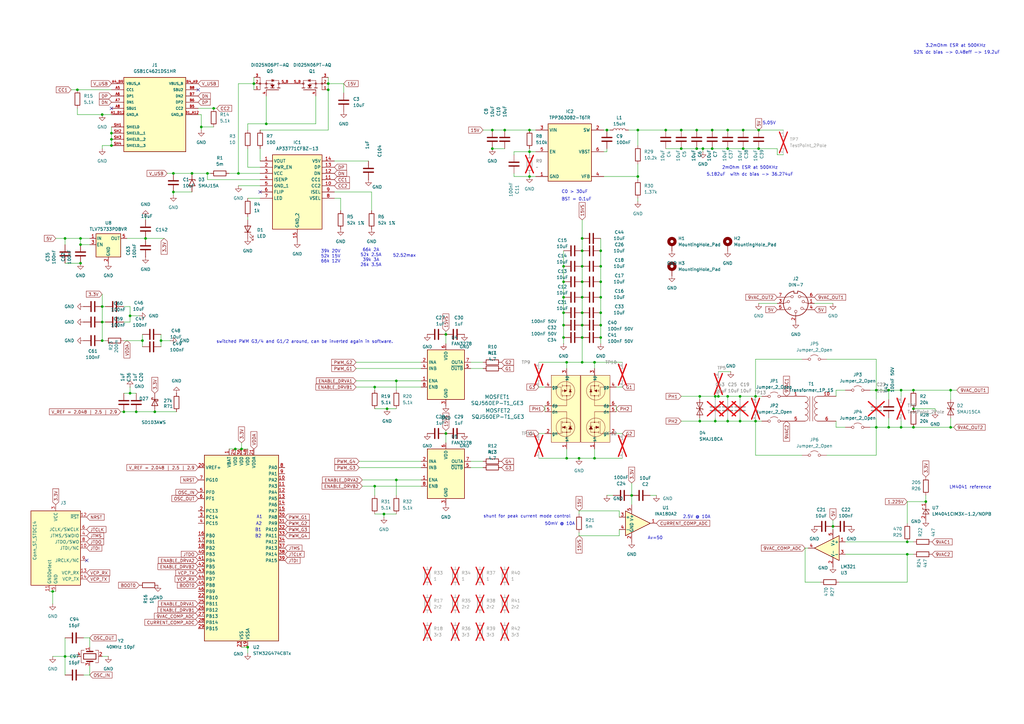
<source format=kicad_sch>
(kicad_sch (version 20250114) (generator "eeschema") (generator_version "9.0")

  (uuid "3c972f41-0cf6-4df5-8102-00aa652b6726")

  (paper "A3")

  (title_block
    (title "c64psu Project - Interactive Viewer")
  )

  

  (junction (at 364.49 175.26) (diameter 0) (color 0 0 0 0)
    (uuid "0051dfff-1573-4c6e-aeb8-95d1e11f3a6f")
  )
  (junction (at 259.08 203.2) (diameter 0) (color 0 0 0 0)
    (uuid "03722880-bef1-454d-b314-15b96251ce1b")
  )
  (junction (at 231.14 128.27) (diameter 0) (color 0 0 0 0)
    (uuid "06dfa7e3-d747-4cda-91bd-b33bac5a95e7")
  )
  (junction (at 238.76 102.87) (diameter 0) (color 0 0 0 0)
    (uuid "0ca435ad-8197-45f3-ae02-7c7244064b51")
  )
  (junction (at 238.76 138.43) (diameter 0) (color 0 0 0 0)
    (uuid "0eaa9698-068f-4547-8ebe-04956fb56291")
  )
  (junction (at 21.59 242.57) (diameter 0) (color 0 0 0 0)
    (uuid "0f57ed08-4432-415e-a3a9-5672bdd80cc0")
  )
  (junction (at 374.65 167.64) (diameter 0) (color 0 0 0 0)
    (uuid "16b84d46-82b7-4566-a38a-75f4cfe4c41d")
  )
  (junction (at 246.38 138.43) (diameter 0) (color 0 0 0 0)
    (uuid "190b3355-befc-4fd5-a42c-b9b3dc641a4f")
  )
  (junction (at 78.74 71.12) (diameter 0) (color 0 0 0 0)
    (uuid "19c81a47-1a6c-4f57-ac22-d5e3fe52c58c")
  )
  (junction (at 41.91 132.08) (diameter 0) (color 0 0 0 0)
    (uuid "1d1d1ab6-764f-42a9-93ad-0184c2ea06f6")
  )
  (junction (at 134.62 34.29) (diameter 0) (color 0 0 0 0)
    (uuid "23eebac0-ac3b-49bd-8fb1-36dc643651d8")
  )
  (junction (at 246.38 115.57) (diameter 0) (color 0 0 0 0)
    (uuid "2ad05a45-54ac-4a88-bcce-6e2d99122a62")
  )
  (junction (at 207.01 53.34) (diameter 0) (color 0 0 0 0)
    (uuid "2c57ee55-c831-46f7-af44-25ea83eeb4d0")
  )
  (junction (at 389.89 175.26) (diameter 0) (color 0 0 0 0)
    (uuid "2f24861c-ef24-458d-967e-bc71a864b0df")
  )
  (junction (at 369.57 175.26) (diameter 0) (color 0 0 0 0)
    (uuid "3000dbb7-d67f-4f53-887d-6d8bad853cd0")
  )
  (junction (at 287.02 162.56) (diameter 0) (color 0 0 0 0)
    (uuid "369e0fa8-468c-4518-89e7-312d73f2e72a")
  )
  (junction (at 238.76 133.35) (diameter 0) (color 0 0 0 0)
    (uuid "38c34bdc-69fa-4159-bb25-975e7a078297")
  )
  (junction (at 134.62 36.83) (diameter 0) (color 0 0 0 0)
    (uuid "39ac35b5-d776-4c12-add6-f7941598251b")
  )
  (junction (at 374.65 160.02) (diameter 0) (color 0 0 0 0)
    (uuid "3a24b55c-41d4-4904-9b2b-01460b82eb79")
  )
  (junction (at 246.38 109.22) (diameter 0) (color 0 0 0 0)
    (uuid "3badf4dc-eedd-4e8b-9d74-7ca779813e2f")
  )
  (junction (at 231.14 133.35) (diameter 0) (color 0 0 0 0)
    (uuid "3d246d2c-1e1d-4a61-89eb-bc44eab45200")
  )
  (junction (at 288.29 60.96) (diameter 0) (color 0 0 0 0)
    (uuid "40430a42-5211-40e9-9c36-09a906c4edd7")
  )
  (junction (at 369.57 160.02) (diameter 0) (color 0 0 0 0)
    (uuid "40862b38-5629-45c8-bb02-62ea751e2e61")
  )
  (junction (at 311.15 53.34) (diameter 0) (color 0 0 0 0)
    (uuid "425891c6-89ac-45e9-b510-df12f2e1d800")
  )
  (junction (at 55.88 168.91) (diameter 0) (color 0 0 0 0)
    (uuid "447bde10-6b12-4cba-83d9-6cd9bdf4e762")
  )
  (junction (at 237.49 187.96) (diameter 0) (color 0 0 0 0)
    (uuid "44a1e8af-9b14-49b5-a328-56c4ea2383b2")
  )
  (junction (at 231.14 138.43) (diameter 0) (color 0 0 0 0)
    (uuid "452fde76-9ff6-4c10-817f-bac0e8564685")
  )
  (junction (at 53.34 161.29) (diameter 0) (color 0 0 0 0)
    (uuid "46834ef6-84ad-4016-90b7-127283a5a136")
  )
  (junction (at 238.76 121.92) (diameter 0) (color 0 0 0 0)
    (uuid "486944fa-0849-4aef-8cdd-489020c7c279")
  )
  (junction (at 372.11 227.33) (diameter 0) (color 0 0 0 0)
    (uuid "4b49f67d-5afd-48f7-ac1b-41db64b015c6")
  )
  (junction (at 341.63 215.9) (diameter 0) (color 0 0 0 0)
    (uuid "4bbcee71-9414-4dd4-b8fd-68dd0ad17ba6")
  )
  (junction (at 59.69 97.79) (diameter 0) (color 0 0 0 0)
    (uuid "4c067608-37f8-44ab-9f5a-ca05f5ebc20d")
  )
  (junction (at 96.52 184.15) (diameter 0) (color 0 0 0 0)
    (uuid "4dde4f2d-8f05-42d9-bc35-b4091779f89c")
  )
  (junction (at 50.8 168.91) (diameter 0) (color 0 0 0 0)
    (uuid "4e451d9a-88aa-4732-83a2-084f0a9550c2")
  )
  (junction (at 279.4 60.96) (diameter 0) (color 0 0 0 0)
    (uuid "4e5d6310-77cc-4132-bfa8-3821b55c10aa")
  )
  (junction (at 104.14 34.29) (diameter 0) (color 0 0 0 0)
    (uuid "4efa7227-5d01-4225-b631-502d0774e31a")
  )
  (junction (at 82.55 52.07) (diameter 0) (color 0 0 0 0)
    (uuid "55d6d91b-513b-45f0-9746-51b427e0110c")
  )
  (junction (at 298.45 162.56) (diameter 0) (color 0 0 0 0)
    (uuid "58137142-fac5-48ef-adf0-a838dc3cbbf3")
  )
  (junction (at 101.6 265.43) (diameter 0) (color 0 0 0 0)
    (uuid "59cf2aac-ee56-4e2b-ad9f-feedf4e50f1f")
  )
  (junction (at 162.56 156.21) (diameter 0) (color 0 0 0 0)
    (uuid "6019a56e-1a41-4db9-b0b4-45c2b1f981f7")
  )
  (junction (at 293.37 172.72) (diameter 0) (color 0 0 0 0)
    (uuid "60d9daa0-a91e-42d5-a6ef-d3b1c7948fdd")
  )
  (junction (at 217.17 72.39) (diameter 0) (color 0 0 0 0)
    (uuid "660be8d9-fbde-4593-adc2-d4ac456fb172")
  )
  (junction (at 182.88 177.8) (diameter 0) (color 0 0 0 0)
    (uuid "686738d6-263c-4cc2-af57-2f41cb6b5e96")
  )
  (junction (at 298.45 53.34) (diameter 0) (color 0 0 0 0)
    (uuid "69b9bd20-c8e6-4614-b015-68eea0dfcc3a")
  )
  (junction (at 238.76 148.59) (diameter 0) (color 0 0 0 0)
    (uuid "6b051f6c-bb96-40de-8560-2c1affdc13b2")
  )
  (junction (at 298.45 172.72) (diameter 0) (color 0 0 0 0)
    (uuid "6d299860-49a7-4e22-9d8b-e0e5ca840730")
  )
  (junction (at 238.76 115.57) (diameter 0) (color 0 0 0 0)
    (uuid "6d86aa73-07ce-4a3b-a755-a37540c389fb")
  )
  (junction (at 87.63 44.45) (diameter 0) (color 0 0 0 0)
    (uuid "741f9816-0281-4f22-9978-75ddc6b92977")
  )
  (junction (at 153.67 158.75) (diameter 0) (color 0 0 0 0)
    (uuid "75a3fd5a-af7d-4ed1-b817-94e0c6dacfc7")
  )
  (junction (at 231.14 109.22) (diameter 0) (color 0 0 0 0)
    (uuid "79220b3c-caa0-418d-a23a-2aac26f317bf")
  )
  (junction (at 311.15 60.96) (diameter 0) (color 0 0 0 0)
    (uuid "79461b3b-2fd1-46b2-8505-3a8fba7111d1")
  )
  (junction (at 246.38 102.87) (diameter 0) (color 0 0 0 0)
    (uuid "7b289354-5b6f-464b-8673-08e35e390785")
  )
  (junction (at 243.84 148.59) (diameter 0) (color 0 0 0 0)
    (uuid "7e2b1e3e-b404-44ee-9ad3-bcb756382e02")
  )
  (junction (at 162.56 196.85) (diameter 0) (color 0 0 0 0)
    (uuid "7ff4c7b1-1274-40e2-882b-e62dbc5943e9")
  )
  (junction (at 304.8 53.34) (diameter 0) (color 0 0 0 0)
    (uuid "82bd5e2c-5b27-4c7d-8e77-4a3558f8c3bc")
  )
  (junction (at 246.38 133.35) (diameter 0) (color 0 0 0 0)
    (uuid "891a02ad-7d1b-4f15-88d4-6cf811bc6b8d")
  )
  (junction (at 99.06 184.15) (diameter 0) (color 0 0 0 0)
    (uuid "8d0a07f2-4018-45ac-a679-36dec95b38a3")
  )
  (junction (at 273.05 53.34) (diameter 0) (color 0 0 0 0)
    (uuid "8e7702ab-d341-4571-ac3c-3edf6226b2af")
  )
  (junction (at 303.53 172.72) (diameter 0) (color 0 0 0 0)
    (uuid "8ee7b55e-3e3a-4053-a538-963c1a6df573")
  )
  (junction (at 157.48 210.82) (diameter 0) (color 0 0 0 0)
    (uuid "9341f088-cd9d-478c-a9f1-12849f7729bc")
  )
  (junction (at 294.64 162.56) (diameter 0) (color 0 0 0 0)
    (uuid "97dae791-0fed-4b55-98cc-9b8446f5e113")
  )
  (junction (at 41.91 139.7) (diameter 0) (color 0 0 0 0)
    (uuid "98dca95e-f53f-48cc-ad8a-e0a0c66d3acb")
  )
  (junction (at 238.76 109.22) (diameter 0) (color 0 0 0 0)
    (uuid "9970ad5f-78df-4976-b74c-d017dd8f1b7b")
  )
  (junction (at 248.92 53.34) (diameter 0) (color 0 0 0 0)
    (uuid "99a62664-7465-41c7-99ab-c5e091af9817")
  )
  (junction (at 41.91 46.99) (diameter 0) (color 0 0 0 0)
    (uuid "9b28387b-dea3-4178-8b90-3684cc29058d")
  )
  (junction (at 109.22 50.8) (diameter 0) (color 0 0 0 0)
    (uuid "9baf3492-f6ff-4e00-bfbb-98363ebc4cf5")
  )
  (junction (at 153.67 199.39) (diameter 0) (color 0 0 0 0)
    (uuid "9f3cf148-f8a3-480a-bbde-f142cce29d17")
  )
  (junction (at 285.75 60.96) (diameter 0) (color 0 0 0 0)
    (uuid "a0d9a766-4f84-498f-b0f9-f8505ac4e4fb")
  )
  (junction (at 279.4 53.34) (diameter 0) (color 0 0 0 0)
    (uuid "a1b5120c-0b25-4352-bf0d-3a74c444e699")
  )
  (junction (at 201.93 53.34) (diameter 0) (color 0 0 0 0)
    (uuid "a1badd01-3b21-4085-999c-fb140d7e2bc4")
  )
  (junction (at 45.72 57.15) (diameter 0) (color 0 0 0 0)
    (uuid "a20f672a-41b0-441f-a36c-49bd442edd52")
  )
  (junction (at 97.79 71.12) (diameter 0) (color 0 0 0 0)
    (uuid "a24f1ce0-6da9-45cb-8232-16013191cfbe")
  )
  (junction (at 261.62 53.34) (diameter 0) (color 0 0 0 0)
    (uuid "a4a10ab1-ef3e-452f-9faa-3ba50cc54d8c")
  )
  (junction (at 182.88 137.16) (diameter 0) (color 0 0 0 0)
    (uuid "a52e8ee6-e110-4e91-a730-eda801763dcc")
  )
  (junction (at 158.75 167.64) (diameter 0) (color 0 0 0 0)
    (uuid "a5bb6c88-bc4b-482c-b34f-e6835bb02021")
  )
  (junction (at 293.37 162.56) (diameter 0) (color 0 0 0 0)
    (uuid "a9895e80-80b6-4c8d-bc75-1fdfb882e067")
  )
  (junction (at 389.89 160.02) (diameter 0) (color 0 0 0 0)
    (uuid "ab135de8-ae42-4a02-b908-b0b29e2ecb47")
  )
  (junction (at 379.73 205.74) (diameter 0) (color 0 0 0 0)
    (uuid "ae5846b7-3edf-4c22-a343-36acb92515fd")
  )
  (junction (at 303.53 162.56) (diameter 0) (color 0 0 0 0)
    (uuid "af7b947a-e043-472c-96f8-7dd496d597ac")
  )
  (junction (at 231.14 115.57) (diameter 0) (color 0 0 0 0)
    (uuid "b00438ee-82bf-4c1d-bdec-6f72fb064dbc")
  )
  (junction (at 232.41 187.96) (diameter 0) (color 0 0 0 0)
    (uuid "b03110ac-e55f-4012-81d8-74f77217e674")
  )
  (junction (at 292.1 53.34) (diameter 0) (color 0 0 0 0)
    (uuid "b229ef49-11d8-48e3-9487-2835c6a11988")
  )
  (junction (at 45.72 59.69) (diameter 0) (color 0 0 0 0)
    (uuid "b3b2ceb0-a804-4660-89c8-276053d3f327")
  )
  (junction (at 33.02 100.33) (diameter 0) (color 0 0 0 0)
    (uuid "b3fc8180-d4c3-4854-9b33-443d5f21a5b8")
  )
  (junction (at 71.12 78.74) (diameter 0) (color 0 0 0 0)
    (uuid "b4187b28-45d5-4380-830b-b7080619ee64")
  )
  (junction (at 26.67 97.79) (diameter 0) (color 0 0 0 0)
    (uuid "b781b2d6-a895-4afd-8dfb-9fe1df7a9e7e")
  )
  (junction (at 309.88 172.72) (diameter 0) (color 0 0 0 0)
    (uuid "b7be9aae-8a63-4fd4-9637-9ada6b487085")
  )
  (junction (at 364.49 160.02) (diameter 0) (color 0 0 0 0)
    (uuid "baa592c0-5634-4ae8-89ad-234930425f2c")
  )
  (junction (at 261.62 72.39) (diameter 0) (color 0 0 0 0)
    (uuid "babcfd71-e5b4-452c-90b1-4a4ae3e64a67")
  )
  (junction (at 26.67 269.24) (diameter 0) (color 0 0 0 0)
    (uuid "baf1dd0a-e36a-4b34-8020-93a3499e9ae2")
  )
  (junction (at 243.84 187.96) (diameter 0) (color 0 0 0 0)
    (uuid "bc56e5b5-db03-4f93-aada-281a21ebf628")
  )
  (junction (at 66.04 139.7) (diameter 0) (color 0 0 0 0)
    (uuid "bd464eec-7965-424c-afe4-193343d590dd")
  )
  (junction (at 217.17 53.34) (diameter 0) (color 0 0 0 0)
    (uuid "c421e81e-c524-48f2-be23-feeb267f1ee9")
  )
  (junction (at 359.41 160.02) (diameter 0) (color 0 0 0 0)
    (uuid "c4a9eb6f-ef69-495a-ad6c-30136c0f75f2")
  )
  (junction (at 58.42 139.7) (diameter 0) (color 0 0 0 0)
    (uuid "c4c980d0-e835-429d-b9a7-ad4b1b1960b3")
  )
  (junction (at 292.1 60.96) (diameter 0) (color 0 0 0 0)
    (uuid "c5c633f9-8733-4d1e-96cb-70f558a6a5b7")
  )
  (junction (at 53.34 129.54) (diameter 0) (color 0 0 0 0)
    (uuid "c9009699-8921-4df5-9901-d6b1535b0221")
  )
  (junction (at 33.02 107.95) (diameter 0) (color 0 0 0 0)
    (uuid "c960621b-0d85-4761-8667-7429bf0a837c")
  )
  (junction (at 372.11 222.25) (diameter 0) (color 0 0 0 0)
    (uuid "cb963968-7093-4ecd-b0df-45e3c7e58b72")
  )
  (junction (at 232.41 148.59) (diameter 0) (color 0 0 0 0)
    (uuid "ccf1c052-fd59-48bb-bb57-a94791788a34")
  )
  (junction (at 246.38 128.27) (diameter 0) (color 0 0 0 0)
    (uuid "cf54afd4-efc1-436b-b86b-8153be3d0773")
  )
  (junction (at 309.88 162.56) (diameter 0) (color 0 0 0 0)
    (uuid "d50d7150-9fdc-43b6-a839-c43388fea677")
  )
  (junction (at 298.45 60.96) (diameter 0) (color 0 0 0 0)
    (uuid "d5e8410c-2d0c-4a23-8f26-7cc77885cc9e")
  )
  (junction (at 287.02 172.72) (diameter 0) (color 0 0 0 0)
    (uuid "d83614f6-61ac-4f43-95ee-1f708b811298")
  )
  (junction (at 71.12 71.12) (diameter 0) (color 0 0 0 0)
    (uuid "d95144ca-421e-42cd-8947-2c52c0d9a089")
  )
  (junction (at 238.76 128.27) (diameter 0) (color 0 0 0 0)
    (uuid "da245d33-fa1d-4148-9c83-7bd2bf9176ed")
  )
  (junction (at 201.93 60.96) (diameter 0) (color 0 0 0 0)
    (uuid "da864505-be2b-4611-85a0-6ab34dbe874a")
  )
  (junction (at 285.75 53.34) (diameter 0) (color 0 0 0 0)
    (uuid "dbd43649-9713-4a89-ad92-9b89637c7944")
  )
  (junction (at 45.72 54.61) (diameter 0) (color 0 0 0 0)
    (uuid "dda0f77d-1fc8-4c3c-8b60-ad9e2c30de79")
  )
  (junction (at 33.02 97.79) (diameter 0) (color 0 0 0 0)
    (uuid "dec2d450-c4d4-4a7e-b7d4-d457d015959b")
  )
  (junction (at 304.8 60.96) (diameter 0) (color 0 0 0 0)
    (uuid "e2087509-e685-4f50-bb68-ef7d1201b605")
  )
  (junction (at 63.5 168.91) (diameter 0) (color 0 0 0 0)
    (uuid "e235faec-6dca-4529-811b-654a13c5487d")
  )
  (junction (at 246.38 121.92) (diameter 0) (color 0 0 0 0)
    (uuid "e4d759fa-1a53-45e0-bfd2-6bc9ee052135")
  )
  (junction (at 238.76 97.79) (diameter 0) (color 0 0 0 0)
    (uuid "e6a473e9-d52f-41a6-9970-ee58fb539690")
  )
  (junction (at 41.91 125.73) (diameter 0) (color 0 0 0 0)
    (uuid "ed1f93df-0488-4b4c-81e6-fd274be5c5e5")
  )
  (junction (at 359.41 175.26) (diameter 0) (color 0 0 0 0)
    (uuid "f0f184b2-af48-44a1-bc24-097e5b4dea33")
  )
  (junction (at 231.14 121.92) (diameter 0) (color 0 0 0 0)
    (uuid "f0ff15dc-262c-430a-90f6-30e30d4d6e03")
  )
  (junction (at 31.75 36.83) (diameter 0) (color 0 0 0 0)
    (uuid "f1b7b736-e17b-4f1a-b1e5-9392cec1caad")
  )
  (junction (at 217.17 62.23) (diameter 0) (color 0 0 0 0)
    (uuid "f4e6196c-323d-43fb-9cec-02b47074cdfa")
  )
  (junction (at 85.09 71.12) (diameter 0) (color 0 0 0 0)
    (uuid "fcb45f81-78a4-4b0f-938b-0a8effd429c2")
  )
  (junction (at 374.65 175.26) (diameter 0) (color 0 0 0 0)
    (uuid "ffa710d9-ea4d-40b2-a998-71a781d6df34")
  )

  (no_connect (at 35.56 229.87) (uuid "6eb24b60-2160-407a-abf0-228fa53b905f"))
  (no_connect (at 81.28 36.83) (uuid "a0dd31af-2bb8-4b09-9320-df59e89635d5"))
  (no_connect (at 106.68 78.74) (uuid "b67b68a5-047f-4c81-b975-ae4a6ee895d4"))
  (no_connect (at 45.72 44.45) (uuid "befb5081-9840-4f4f-8320-868555d91052"))

  (wire (pts (xy 146.05 148.59) (xy 172.72 148.59))
    (stroke (width 0) (type default))
    (uuid "023554ec-eef7-4b7d-b838-ab4b2d694ca5")
  )
  (wire (pts (xy 252.73 166.37) (xy 252.73 168.91))
    (stroke (width 0) (type default))
    (uuid "026d1d2f-a23d-44cb-8012-86c10f19cfaf")
  )
  (wire (pts (xy 287.02 171.45) (xy 287.02 172.72))
    (stroke (width 0) (type default))
    (uuid "0359a440-0b4e-4cf4-a41a-e58670579378")
  )
  (wire (pts (xy 153.67 158.75) (xy 172.72 158.75))
    (stroke (width 0) (type default))
    (uuid "038c8dcd-084e-423c-805e-112e781b50cd")
  )
  (wire (pts (xy 238.76 133.35) (xy 238.76 138.43))
    (stroke (width 0) (type default))
    (uuid "04a0d4b3-87b2-4fce-940d-fdf382fc5f80")
  )
  (wire (pts (xy 246.38 109.22) (xy 246.38 115.57))
    (stroke (width 0) (type default))
    (uuid "05a8a2bb-ffd0-4894-a4f7-d8a6b7dd36da")
  )
  (wire (pts (xy 246.38 128.27) (xy 246.38 133.35))
    (stroke (width 0) (type default))
    (uuid "05e52c13-4fbb-40bf-bd77-0cf2ca6c531b")
  )
  (wire (pts (xy 293.37 162.56) (xy 294.64 162.56))
    (stroke (width 0) (type default))
    (uuid "0955dd9b-2219-4013-9c83-4d77ffc44318")
  )
  (wire (pts (xy 162.56 156.21) (xy 172.72 156.21))
    (stroke (width 0) (type default))
    (uuid "09904479-94ce-4919-ac36-318330f1a6ef")
  )
  (wire (pts (xy 246.38 138.43) (xy 246.38 140.97))
    (stroke (width 0) (type default))
    (uuid "09ae5ed4-69a1-4046-b657-7c0e2953ca4e")
  )
  (wire (pts (xy 364.49 160.02) (xy 364.49 163.83))
    (stroke (width 0) (type default))
    (uuid "0bc28d5a-be14-4b74-94be-cd7941b95563")
  )
  (wire (pts (xy 82.55 52.07) (xy 87.63 52.07))
    (stroke (width 0) (type default))
    (uuid "0bc78907-036a-4e7c-89aa-487a9ec01da8")
  )
  (wire (pts (xy 372.11 238.76) (xy 372.11 227.33))
    (stroke (width 0) (type default))
    (uuid "0d75c7ff-dd83-4cf8-bf21-d6b74bf01b87")
  )
  (wire (pts (xy 147.32 191.77) (xy 172.72 191.77))
    (stroke (width 0) (type default))
    (uuid "0d91c39c-2f98-4de3-b1e6-5c6ca3db6130")
  )
  (wire (pts (xy 231.14 133.35) (xy 231.14 138.43))
    (stroke (width 0) (type default))
    (uuid "10a85bea-dfc5-4c11-b32b-abfee2bdaa4c")
  )
  (wire (pts (xy 109.22 50.8) (xy 129.54 50.8))
    (stroke (width 0) (type default))
    (uuid "110c79b8-f077-45d8-8acd-555bcdb25eea")
  )
  (wire (pts (xy 101.6 53.34) (xy 101.6 50.8))
    (stroke (width 0) (type default))
    (uuid "11183ea6-bb9b-4ba5-8730-1752ce5ed817")
  )
  (wire (pts (xy 193.04 148.59) (xy 198.12 148.59))
    (stroke (width 0) (type default))
    (uuid "13436cb1-b2d4-49de-97af-149699c5e851")
  )
  (wire (pts (xy 41.91 46.99) (xy 45.72 46.99))
    (stroke (width 0) (type default))
    (uuid "14728dd0-b0ee-4fba-8eb8-d89f901ab49c")
  )
  (wire (pts (xy 374.65 167.64) (xy 383.54 167.64))
    (stroke (width 0) (type default))
    (uuid "14de9336-966d-417e-ab3b-395b0e707e35")
  )
  (wire (pts (xy 41.91 132.08) (xy 41.91 139.7))
    (stroke (width 0) (type default))
    (uuid "15bb2db6-ebc2-42c0-a83d-4f2cacb0dcda")
  )
  (wire (pts (xy 298.45 162.56) (xy 298.45 163.83))
    (stroke (width 0) (type default))
    (uuid "15ee6a40-c760-4c6c-800e-a4fefc5173c6")
  )
  (wire (pts (xy 182.88 135.89) (xy 182.88 137.16))
    (stroke (width 0) (type default))
    (uuid "161157e8-f0a3-4667-9084-09734d850cc0")
  )
  (wire (pts (xy 220.98 148.59) (xy 232.41 148.59))
    (stroke (width 0) (type default))
    (uuid "1634f967-2abf-49e4-9d6e-e69571afc6ce")
  )
  (wire (pts (xy 201.93 60.96) (xy 207.01 60.96))
    (stroke (width 0) (type default))
    (uuid "16f3a8f2-d5ef-410c-8860-ec5b835f58fe")
  )
  (wire (pts (xy 369.57 175.26) (xy 374.65 175.26))
    (stroke (width 0) (type default))
    (uuid "17675bdc-9f25-40d2-bf39-c1fe7e7322b0")
  )
  (wire (pts (xy 372.11 205.74) (xy 372.11 214.63))
    (stroke (width 0) (type default))
    (uuid "179fdb5c-89e9-4bed-bc07-533f4717ef95")
  )
  (wire (pts (xy 97.79 34.29) (xy 97.79 71.12))
    (stroke (width 0) (type default))
    (uuid "1a673e07-e46a-461c-9222-d8be826da6ea")
  )
  (wire (pts (xy 210.82 63.5) (xy 210.82 62.23))
    (stroke (width 0) (type default))
    (uuid "1ac04d22-c8ef-410c-b1c2-c68dc526e6df")
  )
  (wire (pts (xy 342.9 160.02) (xy 342.9 162.56))
    (stroke (width 0) (type default))
    (uuid "1b06bdc3-c7af-4691-acc2-1db15cf93c86")
  )
  (wire (pts (xy 31.75 36.83) (xy 45.72 36.83))
    (stroke (width 0) (type default))
    (uuid "1b54d65d-8f96-4b35-ac30-d16121d12205")
  )
  (wire (pts (xy 246.38 133.35) (xy 246.38 138.43))
    (stroke (width 0) (type default))
    (uuid "1c1c76e3-c575-4192-bf68-4312769fbe1c")
  )
  (wire (pts (xy 238.76 148.59) (xy 243.84 148.59))
    (stroke (width 0) (type default))
    (uuid "1c760832-49de-4359-9652-4c7fdb7afb49")
  )
  (wire (pts (xy 303.53 162.56) (xy 303.53 163.83))
    (stroke (width 0) (type default))
    (uuid "1d01092a-833a-408b-962b-a5061fc06af1")
  )
  (wire (pts (xy 157.48 210.82) (xy 162.56 210.82))
    (stroke (width 0) (type default))
    (uuid "1d0df9f6-cf8b-4028-8e43-3bb505655443")
  )
  (wire (pts (xy 342.9 160.02) (xy 346.71 160.02))
    (stroke (width 0) (type default))
    (uuid "1d6c11e1-5056-4f23-96e3-dad1044f39a0")
  )
  (wire (pts (xy 238.76 115.57) (xy 238.76 121.92))
    (stroke (width 0) (type default))
    (uuid "1dbe8ac5-7154-4f17-8f33-119701bb3e13")
  )
  (wire (pts (xy 96.52 184.15) (xy 93.98 184.15))
    (stroke (width 0) (type default))
    (uuid "1dd7436d-aa36-4d78-ac08-87c9bceadf8d")
  )
  (wire (pts (xy 346.71 222.25) (xy 372.11 222.25))
    (stroke (width 0) (type default))
    (uuid "1e9f00ab-1d28-433c-8c75-17bd95acc098")
  )
  (wire (pts (xy 66.04 139.7) (xy 69.85 139.7))
    (stroke (width 0) (type default))
    (uuid "1f8f6781-b0d9-4366-9290-a1d8cc1e47fd")
  )
  (wire (pts (xy 389.89 171.45) (xy 389.89 175.26))
    (stroke (width 0) (type default))
    (uuid "1f9394db-e46f-44a3-bd36-1dd3ba8a323d")
  )
  (wire (pts (xy 49.53 168.91) (xy 50.8 168.91))
    (stroke (width 0) (type default))
    (uuid "1fe82f60-84bc-4689-a0fb-6b45783591d2")
  )
  (wire (pts (xy 246.38 115.57) (xy 246.38 121.92))
    (stroke (width 0) (type default))
    (uuid "209b9a2a-89d6-48ea-a25e-cd4571ddd6f8")
  )
  (wire (pts (xy 243.84 148.59) (xy 255.27 148.59))
    (stroke (width 0) (type default))
    (uuid "20a16c7b-8f7d-43c1-a017-a8a441a055fe")
  )
  (wire (pts (xy 389.89 160.02) (xy 392.43 160.02))
    (stroke (width 0) (type default))
    (uuid "20b3c9a8-dc2d-4a43-bd21-77d9d26a4dd2")
  )
  (wire (pts (xy 330.2 238.76) (xy 336.55 238.76))
    (stroke (width 0) (type default))
    (uuid "21c86f3f-9513-42ac-b72c-1c636cebcc7a")
  )
  (wire (pts (xy 33.02 97.79) (xy 36.83 97.79))
    (stroke (width 0) (type default))
    (uuid "21f12306-a8fd-4c89-bcd8-7858b3ec6544")
  )
  (wire (pts (xy 292.1 53.34) (xy 298.45 53.34))
    (stroke (width 0) (type default))
    (uuid "245efbff-ae45-41b7-89ca-449ded9d29f1")
  )
  (wire (pts (xy 261.62 82.55) (xy 261.62 81.28))
    (stroke (width 0) (type default))
    (uuid "269cc68d-b4b8-49c4-82eb-88cbf3ba238f")
  )
  (wire (pts (xy 50.8 132.08) (xy 53.34 132.08))
    (stroke (width 0) (type default))
    (uuid "273c0758-793e-4ca5-a285-026cccfd791c")
  )
  (wire (pts (xy 311.15 53.34) (xy 321.31 53.34))
    (stroke (width 0) (type default))
    (uuid "27a10e10-ee17-461b-984d-8eeb7e12f176")
  )
  (wire (pts (xy 53.34 129.54) (xy 53.34 125.73))
    (stroke (width 0) (type default))
    (uuid "285ef9fb-673d-4f25-888d-9d010c49d13d")
  )
  (wire (pts (xy 342.9 175.26) (xy 342.9 172.72))
    (stroke (width 0) (type default))
    (uuid "28c1d837-926e-4ed4-bbae-f18500402f07")
  )
  (wire (pts (xy 217.17 60.96) (xy 217.17 62.23))
    (stroke (width 0) (type default))
    (uuid "2d3b3d94-37fb-4f4a-b572-5e4b9665685a")
  )
  (wire (pts (xy 288.29 60.96) (xy 288.29 62.23))
    (stroke (width 0) (type default))
    (uuid "2ed70c1d-31e4-4cd7-abf2-2c5a8c05d91a")
  )
  (wire (pts (xy 36.83 276.86) (xy 34.29 276.86))
    (stroke (width 0) (type default))
    (uuid "2f4367f0-0f53-4309-abf1-7b5219bd4fd8")
  )
  (wire (pts (xy 106.68 73.66) (xy 85.09 73.66))
    (stroke (width 0) (type default))
    (uuid "2f9095be-5378-4b4d-b47c-dafc25d431ce")
  )
  (wire (pts (xy 106.68 60.96) (xy 106.68 66.04))
    (stroke (width 0) (type default))
    (uuid "309978db-4acb-41c4-9b83-cfebd738bee2")
  )
  (wire (pts (xy 82.55 52.07) (xy 82.55 46.99))
    (stroke (width 0) (type default))
    (uuid "30ea27a3-51b4-4d0b-ac07-6b89dae02a3b")
  )
  (wire (pts (xy 29.21 36.83) (xy 31.75 36.83))
    (stroke (width 0) (type default))
    (uuid "31ae4a55-bb15-430d-b2f7-d84a1fb50e6d")
  )
  (wire (pts (xy 82.55 53.34) (xy 82.55 52.07))
    (stroke (width 0) (type default))
    (uuid "3650a2fd-e6c3-4691-a5a5-5c1aa32c34f8")
  )
  (wire (pts (xy 21.59 242.57) (xy 21.59 247.65))
    (stroke (width 0) (type default))
    (uuid "3653ece6-269d-49a6-b101-19555ce0fbf3")
  )
  (wire (pts (xy 374.65 160.02) (xy 389.89 160.02))
    (stroke (width 0) (type default))
    (uuid "365d31d9-2bde-4c68-bb66-e06e70797400")
  )
  (wire (pts (xy 85.09 73.66) (xy 85.09 71.12))
    (stroke (width 0) (type default))
    (uuid "380b46d3-90a5-4b76-aa8d-760262b35119")
  )
  (wire (pts (xy 309.88 172.72) (xy 309.88 186.69))
    (stroke (width 0) (type default))
    (uuid "382b2f22-3b53-4de0-96a2-5f07a62e7af0")
  )
  (wire (pts (xy 68.58 71.12) (xy 71.12 71.12))
    (stroke (width 0) (type default))
    (uuid "391de27f-e6d5-4929-8067-d8722fe6a6ca")
  )
  (wire (pts (xy 231.14 121.92) (xy 231.14 128.27))
    (stroke (width 0) (type default))
    (uuid "3a5072dc-9826-4b16-bb3d-2b5f0a561ce9")
  )
  (wire (pts (xy 66.04 137.16) (xy 66.04 139.7))
    (stroke (width 0) (type default))
    (uuid "3b0e183c-3122-4603-a6c7-ef8ea0c02d2d")
  )
  (wire (pts (xy 372.11 205.74) (xy 379.73 205.74))
    (stroke (width 0) (type default))
    (uuid "3c26f7d6-4f1f-44cd-9623-87edb058aaba")
  )
  (wire (pts (xy 59.69 90.17) (xy 59.69 88.9))
    (stroke (width 0) (type default))
    (uuid "3d1d1861-938b-4e9f-942e-f52d82b90f99")
  )
  (wire (pts (xy 26.67 269.24) (xy 31.75 269.24))
    (stroke (width 0) (type default))
    (uuid "3df8e84b-97ab-4d1d-bb6a-8fdaecc4f983")
  )
  (wire (pts (xy 292.1 60.96) (xy 298.45 60.96))
    (stroke (width 0) (type default))
    (uuid "3e104683-6826-4423-b704-495c1e90b955")
  )
  (wire (pts (xy 137.16 66.04) (xy 151.13 66.04))
    (stroke (width 0) (type default))
    (uuid "3fb0f07e-0bd7-4748-ba77-4e3374a4eee6")
  )
  (wire (pts (xy 359.41 160.02) (xy 359.41 163.83))
    (stroke (width 0) (type default))
    (uuid "409037cd-10be-45ac-8a6a-e8d2e8a4a00d")
  )
  (wire (pts (xy 152.4 78.74) (xy 152.4 86.36))
    (stroke (width 0) (type default))
    (uuid "42b426a9-3a61-462b-b8a7-e63a2a3529cd")
  )
  (wire (pts (xy 231.14 128.27) (xy 231.14 133.35))
    (stroke (width 0) (type default))
    (uuid "42f85a7b-7694-4275-86a1-699b6978a475")
  )
  (wire (pts (xy 369.57 160.02) (xy 374.65 160.02))
    (stroke (width 0) (type default))
    (uuid "432b9076-d90c-4b2d-9dc2-e5e16a396e90")
  )
  (wire (pts (xy 259.08 203.2) (xy 259.08 207.01))
    (stroke (width 0) (type default))
    (uuid "435f8fea-8c3d-4699-adb6-5f3e90ae0f01")
  )
  (wire (pts (xy 273.05 60.96) (xy 279.4 60.96))
    (stroke (width 0) (type default))
    (uuid "43c3d6e6-5bc5-4417-aae5-c091e276e617")
  )
  (wire (pts (xy 101.6 68.58) (xy 101.6 60.96))
    (stroke (width 0) (type default))
    (uuid "43def9df-c0fc-4bd0-9846-26f0277d2288")
  )
  (wire (pts (xy 237.49 210.82) (xy 237.49 209.55))
    (stroke (width 0) (type default))
    (uuid "44b9a11f-d33c-48d7-9e99-fe0422aae235")
  )
  (wire (pts (xy 153.67 199.39) (xy 153.67 203.2))
    (stroke (width 0) (type default))
    (uuid "464d2857-9baa-480b-9c0e-259fae370020")
  )
  (wire (pts (xy 53.34 125.73) (xy 50.8 125.73))
    (stroke (width 0) (type default))
    (uuid "47cffc84-7629-4f37-b6dd-a646430480cb")
  )
  (wire (pts (xy 285.75 60.96) (xy 288.29 60.96))
    (stroke (width 0) (type default))
    (uuid "487e1bd6-7d8c-4dbd-85e4-14e8c00b748f")
  )
  (wire (pts (xy 220.98 187.96) (xy 232.41 187.96))
    (stroke (width 0) (type default))
    (uuid "49df9e8d-d038-4cc7-8378-fe371f288911")
  )
  (wire (pts (xy 309.88 162.56) (xy 312.42 162.56))
    (stroke (width 0) (type default))
    (uuid "4b1cbb53-e369-423a-be12-696711fe86fd")
  )
  (wire (pts (xy 45.72 59.69) (xy 41.91 59.69))
    (stroke (width 0) (type default))
    (uuid "4b606363-9721-4cf7-a941-be0edd785f91")
  )
  (wire (pts (xy 101.6 88.9) (xy 101.6 90.17))
    (stroke (width 0) (type default))
    (uuid "4c0a5d3a-83f0-43e7-986d-ce571106ba15")
  )
  (wire (pts (xy 58.42 139.7) (xy 58.42 137.16))
    (stroke (width 0) (type default))
    (uuid "4c7a196c-7485-4913-a900-49784e56b6ab")
  )
  (wire (pts (xy 232.41 148.59) (xy 238.76 148.59))
    (stroke (width 0) (type default))
    (uuid "4e58f605-be1d-4ead-b176-42e1cc3270d3")
  )
  (wire (pts (xy 20.32 242.57) (xy 21.59 242.57))
    (stroke (width 0) (type default))
    (uuid "4ffa2fd2-4089-4d63-b4e4-139ad86d6b1c")
  )
  (wire (pts (xy 153.67 210.82) (xy 157.48 210.82))
    (stroke (width 0) (type default))
    (uuid "51650aee-a46e-4ddc-81f7-825238848169")
  )
  (wire (pts (xy 134.62 34.29) (xy 140.97 34.29))
    (stroke (width 0) (type default))
    (uuid "516f06d2-7d16-4eb3-abb7-32ce6408ec07")
  )
  (wire (pts (xy 71.12 71.12) (xy 78.74 71.12))
    (stroke (width 0) (type default))
    (uuid "52f44a92-512a-49d7-8387-0e030f3bae79")
  )
  (wire (pts (xy 182.88 137.16) (xy 182.88 140.97))
    (stroke (width 0) (type default))
    (uuid "5358b258-12c3-4258-b05b-58b611a4f7d2")
  )
  (wire (pts (xy 41.91 125.73) (xy 43.18 125.73))
    (stroke (width 0) (type default))
    (uuid "54c88f64-01a3-4202-9d6a-087e499688d3")
  )
  (wire (pts (xy 129.54 39.37) (xy 129.54 50.8))
    (stroke (width 0) (type default))
    (uuid "56e2e5da-5973-49e3-aa5f-e13ed5c34f9c")
  )
  (wire (pts (xy 153.67 160.02) (xy 153.67 158.75))
    (stroke (width 0) (type default))
    (uuid "5793072c-e696-489c-9efc-a1be29d32fd5")
  )
  (wire (pts (xy 137.16 78.74) (xy 152.4 78.74))
    (stroke (width 0) (type default))
    (uuid "583f600d-b4fa-43ce-8aa9-96e49bb229eb")
  )
  (wire (pts (xy 243.84 187.96) (xy 255.27 187.96))
    (stroke (width 0) (type default))
    (uuid "58e95eba-9703-4f65-96dc-726cf6098ffd")
  )
  (wire (pts (xy 101.6 50.8) (xy 109.22 50.8))
    (stroke (width 0) (type default))
    (uuid "59ceb8a6-1daa-4541-90ff-20c6752b10be")
  )
  (wire (pts (xy 304.8 60.96) (xy 311.15 60.96))
    (stroke (width 0) (type default))
    (uuid "5a809a2a-3cc3-4e23-b87b-a3ed72338c0d")
  )
  (wire (pts (xy 210.82 71.12) (xy 210.82 72.39))
    (stroke (width 0) (type default))
    (uuid "5b589f95-6dd6-4598-9b90-6558533dc4d1")
  )
  (wire (pts (xy 248.92 203.2) (xy 251.46 203.2))
    (stroke (width 0) (type default))
    (uuid "5f2e953b-e784-4f89-a9f9-41a26a5c5eaa")
  )
  (wire (pts (xy 33.02 100.33) (xy 36.83 100.33))
    (stroke (width 0) (type default))
    (uuid "617de3ac-a32c-42d4-82e7-e35d6ad53ba3")
  )
  (wire (pts (xy 99.06 184.15) (xy 96.52 184.15))
    (stroke (width 0) (type default))
    (uuid "63317604-84d8-4889-af90-831f52c81e59")
  )
  (wire (pts (xy 389.89 160.02) (xy 389.89 163.83))
    (stroke (width 0) (type default))
    (uuid "633e60b1-fea2-4055-9a0b-3465c196f8f0")
  )
  (wire (pts (xy 246.38 121.92) (xy 246.38 128.27))
    (stroke (width 0) (type default))
    (uuid "63c4d5f3-c488-4f5b-af23-e6058565a914")
  )
  (wire (pts (xy 279.4 60.96) (xy 285.75 60.96))
    (stroke (width 0) (type default))
    (uuid "65121dd7-3668-4c7a-af70-3c4f7a483608")
  )
  (wire (pts (xy 318.77 63.5) (xy 318.77 60.96))
    (stroke (width 0) (type default))
    (uuid "65d079ec-2d46-4a28-ab2d-6d6cae73a124")
  )
  (wire (pts (xy 379.73 203.2) (xy 379.73 205.74))
    (stroke (width 0) (type default))
    (uuid "665963d2-4d02-4ee5-b452-31b1191c28cb")
  )
  (wire (pts (xy 342.9 175.26) (xy 346.71 175.26))
    (stroke (width 0) (type default))
    (uuid "678dcae1-c3a9-4c2d-b9b7-28fcaeaa289d")
  )
  (wire (pts (xy 148.59 199.39) (xy 153.67 199.39))
    (stroke (width 0) (type default))
    (uuid "67f5c3ac-8de4-41d9-9c9d-557d27360604")
  )
  (wire (pts (xy 134.62 53.34) (xy 134.62 36.83))
    (stroke (width 0) (type default))
    (uuid "68def574-da39-4d78-94c9-dabc8c3aabe9")
  )
  (wire (pts (xy 106.68 53.34) (xy 134.62 53.34))
    (stroke (width 0) (type default))
    (uuid "692be308-6b68-4705-acce-e022e648d347")
  )
  (wire (pts (xy 254 209.55) (xy 254 212.09))
    (stroke (width 0) (type default))
    (uuid "6adfb438-bfe3-4217-b989-76cfacfafc20")
  )
  (wire (pts (xy 303.53 162.56) (xy 298.45 162.56))
    (stroke (width 0) (type default))
    (uuid "6b8c3eba-a58c-4f7d-ac34-5f1af7cdc758")
  )
  (wire (pts (xy 63.5 168.91) (xy 55.88 168.91))
    (stroke (width 0) (type default))
    (uuid "6e1d0b65-2147-40a7-ac62-ce0bc8d6ebf4")
  )
  (wire (pts (xy 318.77 60.96) (xy 311.15 60.96))
    (stroke (width 0) (type default))
    (uuid "6ee202f1-a05d-4c66-a94c-9def6095e2b8")
  )
  (wire (pts (xy 255.27 177.8) (xy 252.73 177.8))
    (stroke (width 0) (type default))
    (uuid "70263ca8-645f-480c-b3ef-44e49c59e9c2")
  )
  (wire (pts (xy 87.63 44.45) (xy 81.28 44.45))
    (stroke (width 0) (type default))
    (uuid "7069a6b5-95f6-4512-b889-9e4cddb0faf9")
  )
  (wire (pts (xy 82.55 46.99) (xy 81.28 46.99))
    (stroke (width 0) (type default))
    (uuid "70f55f52-dc95-40d1-be94-ffd1d4e8557d")
  )
  (wire (pts (xy 41.91 59.69) (xy 41.91 60.96))
    (stroke (width 0) (type default))
    (uuid "718d1832-c990-418e-8b6e-0b86aa284f22")
  )
  (wire (pts (xy 298.45 171.45) (xy 298.45 172.72))
    (stroke (width 0) (type default))
    (uuid "718d5902-7a1f-460f-88de-1d3a3a7491b5")
  )
  (wire (pts (xy 237.49 187.96) (xy 243.84 187.96))
    (stroke (width 0) (type default))
    (uuid "71ae02ad-057b-4bf7-954f-10ff486692bd")
  )
  (wire (pts (xy 330.2 238.76) (xy 330.2 224.79))
    (stroke (width 0) (type default))
    (uuid "71c64c4f-ff22-449a-98fd-8780c0a4d18a")
  )
  (wire (pts (xy 45.72 57.15) (xy 45.72 59.69))
    (stroke (width 0) (type default))
    (uuid "73fa565e-45cc-4154-9a7d-2e624c839a86")
  )
  (wire (pts (xy 232.41 187.96) (xy 237.49 187.96))
    (stroke (width 0) (type default))
    (uuid "740d99bd-8f49-4c69-beb3-3925ed3e4b88")
  )
  (wire (pts (xy 330.2 224.79) (xy 331.47 224.79))
    (stroke (width 0) (type default))
    (uuid "7413dd55-2d7e-4516-8c24-61cc71763307")
  )
  (wire (pts (xy 309.88 172.72) (xy 312.42 172.72))
    (stroke (width 0) (type default))
    (uuid "74a416c0-31c4-4743-b6c8-8fc01b84880f")
  )
  (wire (pts (xy 248.92 60.96) (xy 248.92 62.23))
    (stroke (width 0) (type default))
    (uuid "753269bd-533c-4de7-a2d7-ed2af958e6ce")
  )
  (wire (pts (xy 237.49 219.71) (xy 254 219.71))
    (stroke (width 0) (type default))
    (uuid "75dc482e-4309-4390-874f-79dcaead30bd")
  )
  (wire (pts (xy 237.49 209.55) (xy 254 209.55))
    (stroke (width 0) (type default))
    (uuid "77096e99-d99c-4130-b46d-949156a115df")
  )
  (wire (pts (xy 53.34 158.75) (xy 53.34 161.29))
    (stroke (width 0) (type default))
    (uuid "7844a93c-f22d-4138-9024-73f44cd49f18")
  )
  (wire (pts (xy 369.57 175.26) (xy 369.57 172.72))
    (stroke (width 0) (type default))
    (uuid "7890e010-955b-49e4-a221-13e38f2729f7")
  )
  (wire (pts (xy 341.63 213.36) (xy 341.63 215.9))
    (stroke (width 0) (type default))
    (uuid "78a5d0c4-5c80-4ee7-b13b-56a181468e52")
  )
  (wire (pts (xy 238.76 90.17) (xy 238.76 97.79))
    (stroke (width 0) (type default))
    (uuid "78ca85cc-6c58-42a5-9929-d74b31717963")
  )
  (wire (pts (xy 193.04 191.77) (xy 198.12 191.77))
    (stroke (width 0) (type default))
    (uuid "79bd171f-b4ec-4242-a2c3-85bfb495d926")
  )
  (wire (pts (xy 50.8 139.7) (xy 58.42 139.7))
    (stroke (width 0) (type default))
    (uuid "7a551672-6c95-4028-847f-a53bb00d8918")
  )
  (wire (pts (xy 71.12 80.01) (xy 71.12 78.74))
    (stroke (width 0) (type default))
    (uuid "7a9cf3c3-4aca-40de-9d77-a402ac3a1182")
  )
  (wire (pts (xy 288.29 60.96) (xy 292.1 60.96))
    (stroke (width 0) (type default))
    (uuid "7b1168b0-2474-4376-8595-9b0b6cc53d7d")
  )
  (wire (pts (xy 104.14 31.75) (xy 104.14 34.29))
    (stroke (width 0) (type default))
    (uuid "7b3d96f2-1478-41ab-840a-6f9f3fbfd41a")
  )
  (wire (pts (xy 33.02 97.79) (xy 33.02 100.33))
    (stroke (width 0) (type default))
    (uuid "7c2ecb9f-862e-49fb-92bf-00f55e8fcaf2")
  )
  (wire (pts (xy 198.12 53.34) (xy 201.93 53.34))
    (stroke (width 0) (type default))
    (uuid "7c9d6a46-ec9d-4e01-a370-a71573e76268")
  )
  (wire (pts (xy 53.34 132.08) (xy 53.34 129.54))
    (stroke (width 0) (type default))
    (uuid "7d7862ca-3db5-4b23-b311-364aa9890bba")
  )
  (wire (pts (xy 273.05 53.34) (xy 279.4 53.34))
    (stroke (width 0) (type default))
    (uuid "7ed1d8da-40a4-4a63-abcf-850b6cb56b48")
  )
  (wire (pts (xy 247.65 72.39) (xy 261.62 72.39))
    (stroke (width 0) (type default))
    (uuid "804e396d-ee8a-4261-b0dd-d47827a535a9")
  )
  (wire (pts (xy 134.62 34.29) (xy 134.62 36.83))
    (stroke (width 0) (type default))
    (uuid "8152108a-0818-4a6e-94bd-13e12bc43a8a")
  )
  (wire (pts (xy 383.54 168.91) (xy 383.54 167.64))
    (stroke (width 0) (type default))
    (uuid "82b47de7-8885-4ec2-9832-b5f6da8b65d3")
  )
  (wire (pts (xy 294.64 152.4) (xy 299.72 152.4))
    (stroke (width 0) (type default))
    (uuid "83442fc3-d7f2-49da-9fa6-c728dafe2d46")
  )
  (wire (pts (xy 99.06 181.61) (xy 99.06 184.15))
    (stroke (width 0) (type default))
    (uuid "8348e5ca-03b8-4e05-9360-81303fbe0810")
  )
  (wire (pts (xy 59.69 97.79) (xy 52.07 97.79))
    (stroke (width 0) (type default))
    (uuid "84fdbbc0-d6c0-4b90-99da-9ab795eef83b")
  )
  (wire (pts (xy 309.88 147.32) (xy 309.88 162.56))
    (stroke (width 0) (type default))
    (uuid "86445105-023d-43b6-bb14-1b15f89b2bb6")
  )
  (wire (pts (xy 220.98 158.75) (xy 223.52 158.75))
    (stroke (width 0) (type default))
    (uuid "872aae98-f746-4240-8089-bf4f7cf728cc")
  )
  (wire (pts (xy 220.98 177.8) (xy 223.52 177.8))
    (stroke (width 0) (type default))
    (uuid "8811b18a-7b7a-4cda-bf53-be3187e16799")
  )
  (wire (pts (xy 238.76 128.27) (xy 238.76 133.35))
    (stroke (width 0) (type default))
    (uuid "894a45f1-a803-4751-b221-63aba5ea0371")
  )
  (wire (pts (xy 41.91 120.65) (xy 41.91 125.73))
    (stroke (width 0) (type default))
    (uuid "8a966390-4b90-4545-8f22-b7b72aedd8e6")
  )
  (wire (pts (xy 53.34 161.29) (xy 50.8 161.29))
    (stroke (width 0) (type default))
    (uuid "8bf0019e-1ce6-4f0a-900e-6573eba74309")
  )
  (wire (pts (xy 231.14 102.87) (xy 231.14 109.22))
    (stroke (width 0) (type default))
    (uuid "8c05a33b-0e38-48bd-85c3-5baa9ffb50b1")
  )
  (wire (pts (xy 182.88 177.8) (xy 182.88 181.61))
    (stroke (width 0) (type default))
    (uuid "8c25ef2c-6da5-4255-8008-16229188f772")
  )
  (wire (pts (xy 217.17 72.39) (xy 219.71 72.39))
    (stroke (width 0) (type default))
    (uuid "8c42b630-225e-4a61-a10d-0b76f2017e64")
  )
  (wire (pts (xy 217.17 53.34) (xy 219.71 53.34))
    (stroke (width 0) (type default))
    (uuid "8c650baa-fe39-46e7-9634-d26f4c6db28f")
  )
  (wire (pts (xy 359.41 147.32) (xy 359.41 160.02))
    (stroke (width 0) (type default))
    (uuid "8d4b4470-2eeb-42a8-b8b6-a078b25897af")
  )
  (wire (pts (xy 261.62 53.34) (xy 273.05 53.34))
    (stroke (width 0) (type default))
    (uuid "8d8abf0e-0f78-4dfe-9f2a-eb0101823a52")
  )
  (wire (pts (xy 146.05 158.75) (xy 153.67 158.75))
    (stroke (width 0) (type default))
    (uuid "8e86d96f-255c-4eb4-af55-bf1fa3cbd859")
  )
  (wire (pts (xy 153.67 199.39) (xy 172.72 199.39))
    (stroke (width 0) (type default))
    (uuid "8e9f5ecd-11fc-4893-818c-229961f810ef")
  )
  (wire (pts (xy 104.14 34.29) (xy 104.14 36.83))
    (stroke (width 0) (type default))
    (uuid "8f14cee0-444f-4924-92d7-448dd89beafe")
  )
  (wire (pts (xy 217.17 62.23) (xy 217.17 63.5))
    (stroke (width 0) (type default))
    (uuid "8f2ac4e1-6a2c-4020-890b-b4a12323ff08")
  )
  (wire (pts (xy 36.83 261.62) (xy 34.29 261.62))
    (stroke (width 0) (type default))
    (uuid "914ad7ba-5fca-459f-ad25-a12e34a57b36")
  )
  (wire (pts (xy 293.37 171.45) (xy 293.37 172.72))
    (stroke (width 0) (type default))
    (uuid "92576bc1-bd70-4bfe-bb65-228dfa36efb7")
  )
  (wire (pts (xy 41.91 132.08) (xy 43.18 132.08))
    (stroke (width 0) (type default))
    (uuid "92a34b5c-63c0-4e2a-98ac-ff8e722102f0")
  )
  (wire (pts (xy 139.7 81.28) (xy 139.7 86.36))
    (stroke (width 0) (type default))
    (uuid "9359e7c0-de67-46c4-ab96-ff3a1f7e204c")
  )
  (wire (pts (xy 287.02 162.56) (xy 287.02 163.83))
    (stroke (width 0) (type default))
    (uuid "95ef214a-efa2-4065-85fd-ce97ded4c1bc")
  )
  (wire (pts (xy 217.17 62.23) (xy 219.71 62.23))
    (stroke (width 0) (type default))
    (uuid "9647fb0f-4947-48b3-acf5-56804e2ec748")
  )
  (wire (pts (xy 344.17 238.76) (xy 372.11 238.76))
    (stroke (width 0) (type default))
    (uuid "96c9a80b-b362-4c30-a3f8-ef72611ef99d")
  )
  (wire (pts (xy 238.76 97.79) (xy 238.76 102.87))
    (stroke (width 0) (type default))
    (uuid "96ed95f8-0ead-422f-a06a-43f09d765022")
  )
  (wire (pts (xy 134.62 31.75) (xy 134.62 34.29))
    (stroke (width 0) (type default))
    (uuid "978b3560-ecf7-45bf-a17c-d1abfb6c590a")
  )
  (wire (pts (xy 146.05 151.13) (xy 172.72 151.13))
    (stroke (width 0) (type default))
    (uuid "99dfb76a-8163-41be-a987-361b024fdc86")
  )
  (wire (pts (xy 372.11 227.33) (xy 374.65 227.33))
    (stroke (width 0) (type default))
    (uuid "9aa93002-9ca7-4874-be8f-d90e588317ca")
  )
  (wire (pts (xy 66.04 139.7) (xy 66.04 142.24))
    (stroke (width 0) (type default))
    (uuid "9ac306ec-2078-40ee-a3e3-2f36e0116173")
  )
  (wire (pts (xy 41.91 269.24) (xy 44.45 269.24))
    (stroke (width 0) (type default))
    (uuid "9c20504a-4362-4816-bd68-e0f7e3d3256e")
  )
  (wire (pts (xy 43.18 139.7) (xy 41.91 139.7))
    (stroke (width 0) (type default))
    (uuid "9d1b6eda-d8e3-4450-89f5-b9b2d1e727d4")
  )
  (wire (pts (xy 193.04 189.23) (xy 198.12 189.23))
    (stroke (width 0) (type default))
    (uuid "9d4bd3cc-e5d8-423c-b1a1-5c135ca5a355")
  )
  (wire (pts (xy 247.65 53.34) (xy 248.92 53.34))
    (stroke (width 0) (type default))
    (uuid "9db2fe80-f627-4ea7-9353-2420474bb8db")
  )
  (wire (pts (xy 99.06 265.43) (xy 101.6 265.43))
    (stroke (width 0) (type default))
    (uuid "9f184ea5-dbed-4661-a9bd-2a691aad7a80")
  )
  (wire (pts (xy 97.79 71.12) (xy 106.68 71.12))
    (stroke (width 0) (type default))
    (uuid "a048a5ba-5913-445d-8c33-2450f52da74f")
  )
  (wire (pts (xy 232.41 184.15) (xy 232.41 187.96))
    (stroke (width 0) (type default))
    (uuid "a07775ea-5c16-49a2-a941-cdb34f13e841")
  )
  (wire (pts (xy 285.75 53.34) (xy 292.1 53.34))
    (stroke (width 0) (type default))
    (uuid "a2449a89-a8f3-481a-b9de-59aa0d17ee45")
  )
  (wire (pts (xy 328.93 147.32) (xy 309.88 147.32))
    (stroke (width 0) (type default))
    (uuid "a30550e7-a11b-4419-aad1-128575ea627e")
  )
  (wire (pts (xy 22.86 97.79) (xy 26.67 97.79))
    (stroke (width 0) (type default))
    (uuid "a5fd40ba-39b4-4ff5-9628-b6c14adc2faf")
  )
  (wire (pts (xy 217.17 71.12) (xy 217.17 72.39))
    (stroke (width 0) (type default))
    (uuid "a673719c-90ed-4b42-9788-e3a950e511ea")
  )
  (wire (pts (xy 146.05 156.21) (xy 162.56 156.21))
    (stroke (width 0) (type default))
    (uuid "a9e40e71-83d2-4752-a7e5-b94d70b9d0c6")
  )
  (wire (pts (xy 36.83 265.43) (xy 36.83 261.62))
    (stroke (width 0) (type default))
    (uuid "aa9105c5-c5a9-4fc4-837b-8e86113c81ad")
  )
  (wire (pts (xy 279.4 172.72) (xy 287.02 172.72))
    (stroke (width 0) (type default))
    (uuid "aaa282c6-de54-4a21-ac38-e1fe922dcde9")
  )
  (wire (pts (xy 334.01 124.46) (xy 341.63 124.46))
    (stroke (width 0) (type default))
    (uuid "aacdd408-2d0e-46dd-977a-28eedd3c4d6a")
  )
  (wire (pts (xy 298.45 172.72) (xy 303.53 172.72))
    (stroke (width 0) (type default))
    (uuid "ac7ecfa2-069d-42b7-b28a-f65e2152d870")
  )
  (wire (pts (xy 298.45 162.56) (xy 294.64 162.56))
    (stroke (width 0) (type default))
    (uuid "ad53d076-8428-427e-9c9d-33a5c72d27c9")
  )
  (wire (pts (xy 356.87 175.26) (xy 359.41 175.26))
    (stroke (width 0) (type default))
    (uuid "ae302fa8-4016-4f69-a80f-9908e35310db")
  )
  (wire (pts (xy 364.49 175.26) (xy 369.57 175.26))
    (stroke (width 0) (type default))
    (uuid "ae5dd8b1-a0b1-418c-98ca-7e526d63bb3b")
  )
  (wire (pts (xy 359.41 175.26) (xy 364.49 175.26))
    (stroke (width 0) (type default))
    (uuid "ae6c79d3-4540-49b0-92d8-2a83dab56d2e")
  )
  (wire (pts (xy 303.53 162.56) (xy 309.88 162.56))
    (stroke (width 0) (type default))
    (uuid "aff26f17-c744-4fb6-a016-a5feb291856a")
  )
  (wire (pts (xy 339.09 147.32) (xy 359.41 147.32))
    (stroke (width 0) (type default))
    (uuid "affdc6c3-a607-4e02-b2ec-f0a1a41475cb")
  )
  (wire (pts (xy 243.84 184.15) (xy 243.84 187.96))
    (stroke (width 0) (type default))
    (uuid "b029e4b6-33c2-4a8d-9f7f-29b4bb3bdbbc")
  )
  (wire (pts (xy 57.15 129.54) (xy 53.34 129.54))
    (stroke (width 0) (type default))
    (uuid "b0543185-d357-4d5e-a6cb-c6f1851d2adc")
  )
  (wire (pts (xy 93.98 71.12) (xy 97.79 71.12))
    (stroke (width 0) (type default))
    (uuid "b0b9d538-4b9d-465e-9558-7f3b2445ff02")
  )
  (wire (pts (xy 364.49 160.02) (xy 369.57 160.02))
    (stroke (width 0) (type default))
    (uuid "b0c3e49d-7e48-4644-bd38-0f1888ed5a67")
  )
  (wire (pts (xy 311.15 124.46) (xy 318.77 124.46))
    (stroke (width 0) (type default))
    (uuid "b4a5f177-4508-4019-9c00-823040e5fe10")
  )
  (wire (pts (xy 158.75 167.64) (xy 162.56 167.64))
    (stroke (width 0) (type default))
    (uuid "b618c44f-caab-439e-9ae3-5ed875210f53")
  )
  (wire (pts (xy 162.56 196.85) (xy 162.56 203.2))
    (stroke (width 0) (type default))
    (uuid "b7086223-8b35-4c40-88fe-e6f915c47959")
  )
  (wire (pts (xy 246.38 97.79) (xy 246.38 102.87))
    (stroke (width 0) (type default))
    (uuid "b8995197-b5e8-4fa0-827d-13f096325be6")
  )
  (wire (pts (xy 293.37 162.56) (xy 293.37 163.83))
    (stroke (width 0) (type default))
    (uuid "b92c845b-151f-4e51-b1a7-9eeeca61bb06")
  )
  (wire (pts (xy 148.59 196.85) (xy 162.56 196.85))
    (stroke (width 0) (type default))
    (uuid "b93172d9-f982-4657-acc2-163266751c56")
  )
  (wire (pts (xy 372.11 222.25) (xy 374.65 222.25))
    (stroke (width 0) (type default))
    (uuid "b94904e6-3549-4c60-98fe-9400e102af04")
  )
  (wire (pts (xy 364.49 171.45) (xy 364.49 175.26))
    (stroke (width 0) (type default))
    (uuid "ba0209e4-bb38-415c-9803-51d87dc00dc7")
  )
  (wire (pts (xy 85.09 71.12) (xy 86.36 71.12))
    (stroke (width 0) (type default))
    (uuid "ba177a6b-4343-4c21-8d87-65dc90fc6dc1")
  )
  (wire (pts (xy 109.22 39.37) (xy 109.22 50.8))
    (stroke (width 0) (type default))
    (uuid "bb6547cb-fdf7-4581-83f5-649feaa3661b")
  )
  (wire (pts (xy 26.67 269.24) (xy 26.67 276.86))
    (stroke (width 0) (type default))
    (uuid "bb685ad2-68b9-4705-bc18-90f9023197a1")
  )
  (wire (pts (xy 243.84 148.59) (xy 243.84 151.13))
    (stroke (width 0) (type default))
    (uuid "bcf3411c-4c01-4da0-9be1-ed532239c664")
  )
  (wire (pts (xy 298.45 53.34) (xy 304.8 53.34))
    (stroke (width 0) (type default))
    (uuid "c13d38f3-411c-4c82-b668-5b41246b99e8")
  )
  (wire (pts (xy 341.63 215.9) (xy 341.63 217.17))
    (stroke (width 0) (type default))
    (uuid "c1b7a06d-bf8a-43d1-a170-895d8acb73f3")
  )
  (wire (pts (xy 55.88 161.29) (xy 53.34 161.29))
    (stroke (width 0) (type default))
    (uuid "c2ac432a-c125-437a-bd35-c90f05896e4d")
  )
  (wire (pts (xy 153.67 167.64) (xy 158.75 167.64))
    (stroke (width 0) (type default))
    (uuid "c536f5bc-09f3-48e1-8348-f43a455a443b")
  )
  (wire (pts (xy 359.41 186.69) (xy 359.41 175.26))
    (stroke (width 0) (type default))
    (uuid "c566bd40-75dc-47f3-8976-a3bd19c769dc")
  )
  (wire (pts (xy 45.72 52.07) (xy 45.72 54.61))
    (stroke (width 0) (type default))
    (uuid "c56f1767-337f-4433-842c-3773663993c5")
  )
  (wire (pts (xy 137.16 81.28) (xy 139.7 81.28))
    (stroke (width 0) (type default))
    (uuid "c62bb9b5-da27-427e-b4c2-b35e357d386e")
  )
  (wire (pts (xy 78.74 71.12) (xy 85.09 71.12))
    (stroke (width 0) (type default))
    (uuid "c6746a31-61d0-4f61-a684-69de0f32180d")
  )
  (wire (pts (xy 255.27 158.75) (xy 252.73 158.75))
    (stroke (width 0) (type default))
    (uuid "c7018c4e-8b52-43a2-982d-a2fad7b5ed66")
  )
  (wire (pts (xy 259.08 198.12) (xy 259.08 203.2))
    (stroke (width 0) (type default))
    (uuid "c7bb3de6-079f-4088-b159-474d52c18383")
  )
  (wire (pts (xy 238.76 109.22) (xy 238.76 115.57))
    (stroke (width 0) (type default))
    (uuid "c8aad4db-9df0-45c7-bd18-9454739b98af")
  )
  (wire (pts (xy 201.93 53.34) (xy 207.01 53.34))
    (stroke (width 0) (type default))
    (uuid "c92bd369-fe7b-41f3-bd4a-5900f5741739")
  )
  (wire (pts (xy 261.62 53.34) (xy 257.81 53.34))
    (stroke (width 0) (type default))
    (uuid "c9761b67-ad7b-4bfe-b56c-efcd57f05c0f")
  )
  (wire (pts (xy 210.82 72.39) (xy 217.17 72.39))
    (stroke (width 0) (type default))
    (uuid "ca40592c-84a2-4b8e-be5a-b10ad15485c3")
  )
  (wire (pts (xy 304.8 53.34) (xy 311.15 53.34))
    (stroke (width 0) (type default))
    (uuid "ca668028-ce2b-4e16-a73f-74e9a0c70a00")
  )
  (wire (pts (xy 21.59 242.57) (xy 22.86 242.57))
    (stroke (width 0) (type default))
    (uuid "cb4df33a-b2d1-489e-b17b-f7cf7fc65a69")
  )
  (wire (pts (xy 193.04 151.13) (xy 198.12 151.13))
    (stroke (width 0) (type default))
    (uuid "cce0f715-8eee-458a-ac8e-5e80a1a10060")
  )
  (wire (pts (xy 287.02 162.56) (xy 293.37 162.56))
    (stroke (width 0) (type default))
    (uuid "cf2b0141-aeb1-4204-b077-b351949bfa5f")
  )
  (wire (pts (xy 101.6 81.28) (xy 106.68 81.28))
    (stroke (width 0) (type default))
    (uuid "cffc6d63-f65f-42fa-8884-e5ee270c7150")
  )
  (wire (pts (xy 31.75 44.45) (xy 31.75 46.99))
    (stroke (width 0) (type default))
    (uuid "d0de8624-0ab6-4439-bb85-339edfe1ca7d")
  )
  (wire (pts (xy 67.31 97.79) (xy 59.69 97.79))
    (stroke (width 0) (type default))
    (uuid "d17a97fe-8eec-4ce4-984d-5eccc58e068c")
  )
  (wire (pts (xy 50.8 168.91) (xy 55.88 168.91))
    (stroke (width 0) (type default))
    (uuid "d1fdf685-a079-4822-b4bd-4a5423ce1105")
  )
  (wire (pts (xy 162.56 196.85) (xy 172.72 196.85))
    (stroke (width 0) (type default))
    (uuid "d2675e54-00bd-4a4a-8b34-8bd765184729")
  )
  (wire (pts (xy 97.79 76.2) (xy 106.68 76.2))
    (stroke (width 0) (type default))
    (uuid "d3cb49fa-24f9-4b5e-9f91-606513ca69dc")
  )
  (wire (pts (xy 223.52 166.37) (xy 223.52 168.91))
    (stroke (width 0) (type default))
    (uuid "d42be712-4a91-41bb-a869-10a84578ee1f")
  )
  (wire (pts (xy 303.53 171.45) (xy 303.53 172.72))
    (stroke (width 0) (type default))
    (uuid "d6de3756-fa38-4287-946c-0e2d05b7f0c9")
  )
  (wire (pts (xy 287.02 172.72) (xy 293.37 172.72))
    (stroke (width 0) (type default))
    (uuid "d7c427d7-2a4a-4a0c-ae99-495678f31560")
  )
  (wire (pts (xy 279.4 162.56) (xy 287.02 162.56))
    (stroke (width 0) (type default))
    (uuid "d87e181e-a84c-4c9a-9083-07b6c724c90f")
  )
  (wire (pts (xy 238.76 102.87) (xy 238.76 109.22))
    (stroke (width 0) (type default))
    (uuid "d8a6e6c6-26dc-496e-8f21-458b01bbec63")
  )
  (wire (pts (xy 279.4 53.34) (xy 285.75 53.34))
    (stroke (width 0) (type default))
    (uuid "d909becc-7666-4bb6-861a-a21afe02cf83")
  )
  (wire (pts (xy 231.14 138.43) (xy 231.14 140.97))
    (stroke (width 0) (type default))
    (uuid "d90b3072-289e-46c1-9c9e-309cc50d73cb")
  )
  (wire (pts (xy 31.75 46.99) (xy 41.91 46.99))
    (stroke (width 0) (type default))
    (uuid "d917860a-b214-4097-9f05-58b168d8acc5")
  )
  (wire (pts (xy 101.6 184.15) (xy 99.06 184.15))
    (stroke (width 0) (type default))
    (uuid "da336d1e-f6aa-45e8-87ad-1b9aaac42123")
  )
  (wire (pts (xy 106.68 68.58) (xy 101.6 68.58))
    (stroke (width 0) (type default))
    (uuid "dcc8833d-cdf2-4c05-bba9-0af96d0d2e84")
  )
  (wire (pts (xy 303.53 172.72) (xy 309.88 172.72))
    (stroke (width 0) (type default))
    (uuid "dd3ca80d-f804-4832-b9f9-cc25989e99a6")
  )
  (wire (pts (xy 26.67 261.62) (xy 26.67 269.24))
    (stroke (width 0) (type default))
    (uuid "ddf27f11-837c-4ea0-939e-afeb4eec9079")
  )
  (wire (pts (xy 140.97 34.29) (xy 140.97 38.1))
    (stroke (width 0) (type default))
    (uuid "e2a395e1-96e9-4ccc-a133-9feffe4ad12e")
  )
  (wire (pts (xy 356.87 160.02) (xy 359.41 160.02))
    (stroke (width 0) (type default))
    (uuid "e38d40f9-b681-40c2-9a74-797abbcebba9")
  )
  (wire (pts (xy 254 219.71) (xy 254 217.17))
    (stroke (width 0) (type default))
    (uuid "e4ce82c8-fba9-41a9-aad4-6026b70b874b")
  )
  (wire (pts (xy 58.42 139.7) (xy 58.42 142.24))
    (stroke (width 0) (type default))
    (uuid "e5a2f7c3-4b73-463f-bef6-b19a9957d698")
  )
  (wire (pts (xy 231.14 115.57) (xy 231.14 121.92))
    (stroke (width 0) (type default))
    (uuid "e5cbfebb-4655-48f9-b04f-6e38869da26e")
  )
  (wire (pts (xy 237.49 218.44) (xy 237.49 219.71))
    (stroke (width 0) (type default))
    (uuid "e78a0761-9b15-4360-8ebe-5b0e5e0cede4")
  )
  (wire (pts (xy 104.14 34.29) (xy 97.79 34.29))
    (stroke (width 0) (type default))
    (uuid "e7d08474-ffdc-4677-b384-37dadab4aa5c")
  )
  (wire (pts (xy 26.67 97.79) (xy 33.02 97.79))
    (stroke (width 0) (type default))
    (uuid "e81b1c08-ff15-441b-aef7-a66f25362d55")
  )
  (wire (pts (xy 147.32 189.23) (xy 172.72 189.23))
    (stroke (width 0) (type default))
    (uuid "e84047e1-e3f8-4817-9756-cd38c4269b7f")
  )
  (wire (pts (xy 210.82 62.23) (xy 217.17 62.23))
    (stroke (width 0) (type default))
    (uuid "e862b9c8-d8dd-4354-8ffe-32a78d448213")
  )
  (wire (pts (xy 157.48 210.82) (xy 157.48 212.09))
    (stroke (width 0) (type default))
    (uuid "e8d4463f-5895-4518-a1d1-b206b711ca71")
  )
  (wire (pts (xy 71.12 78.74) (xy 78.74 78.74))
    (stroke (width 0) (type default))
    (uuid "e95b7da6-b309-442c-9b0e-1f9242e30753")
  )
  (wire (pts (xy 88.9 44.45) (xy 87.63 44.45))
    (stroke (width 0) (type default))
    (uuid "e96b1407-fb43-4f3e-a8f3-d11b4af21ffc")
  )
  (wire (pts (xy 359.41 171.45) (xy 359.41 175.26))
    (stroke (width 0) (type default))
    (uuid "ec0463d1-10b4-47ba-afb7-f1653bf449f5")
  )
  (wire (pts (xy 298.45 60.96) (xy 304.8 60.96))
    (stroke (width 0) (type default))
    (uuid "ed158753-c09d-41f4-838d-d5547770a286")
  )
  (wire (pts (xy 36.83 273.05) (xy 36.83 276.86))
    (stroke (width 0) (type default))
    (uuid "ed1dd9b8-e079-4955-887f-c376cc7de9b3")
  )
  (wire (pts (xy 389.89 175.26) (xy 391.16 175.26))
    (stroke (width 0) (type default))
    (uuid "ed4fff9d-9789-490d-9cf9-da1a3335e53e")
  )
  (wire (pts (xy 321.31 63.5) (xy 318.77 63.5))
    (stroke (width 0) (type default))
    (uuid "edad6ba7-8c47-4b3a-b6a7-df9d16f9e096")
  )
  (wire (pts (xy 293.37 172.72) (xy 298.45 172.72))
    (stroke (width 0) (type default))
    (uuid "ee325654-6b26-4c8b-aadf-23fd25ab7b73")
  )
  (wire (pts (xy 207.01 53.34) (xy 217.17 53.34))
    (stroke (width 0) (type default))
    (uuid "ef0e077b-eba3-4d14-a249-a3e7ae6df377")
  )
  (wire (pts (xy 248.92 62.23) (xy 247.65 62.23))
    (stroke (width 0) (type default))
    (uuid "efb9409b-8b62-482f-bcf9-fdc38d7b3f88")
  )
  (wire (pts (xy 261.62 67.31) (xy 261.62 72.39))
    (stroke (width 0) (type default))
    (uuid "eff8454b-56e7-439e-ac85-684e8d8e4440")
  )
  (wire (pts (xy 231.14 109.22) (xy 231.14 115.57))
    (stroke (width 0) (type default))
    (uuid "f0288fd3-5a5f-43b9-9918-3a685c3471a6")
  )
  (wire (pts (xy 238.76 138.43) (xy 238.76 148.59))
    (stroke (width 0) (type default))
    (uuid "f02f1838-ca55-4f86-bf58-9ba1ecafc27c")
  )
  (wire (pts (xy 248.92 53.34) (xy 250.19 53.34))
    (stroke (width 0) (type default))
    (uuid "f0cf4b45-2aa5-40b7-a46f-6bb489c30405")
  )
  (wire (pts (xy 369.57 162.56) (xy 369.57 160.02))
    (stroke (width 0) (type default))
    (uuid "f150e2e9-6deb-438d-ae8e-c6d503ae0b92")
  )
  (wire (pts (xy 261.62 73.66) (xy 261.62 72.39))
    (stroke (width 0) (type default))
    (uuid "f16d05a0-a1d5-46e1-8f98-ac061f3de834")
  )
  (wire (pts (xy 72.39 168.91) (xy 63.5 168.91))
    (stroke (width 0) (type default))
    (uuid "f1ccc34f-0717-4b3a-869a-af3b8efbf42d")
  )
  (wire (pts (xy 21.59 269.24) (xy 26.67 269.24))
    (stroke (width 0) (type default))
    (uuid "f22f9976-f9f5-4ffc-b2cf-5c0c2f403af6")
  )
  (wire (pts (xy 101.6 267.97) (xy 101.6 265.43))
    (stroke (width 0) (type default))
    (uuid "f3a50714-cd17-4d24-be80-d690bf588168")
  )
  (wire (pts (xy 328.93 186.69) (xy 309.88 186.69))
    (stroke (width 0) (type default))
    (uuid "f4077ee8-6cf0-403c-a190-501e28f69951")
  )
  (wire (pts (xy 45.72 54.61) (xy 45.72 57.15))
    (stroke (width 0) (type default))
    (uuid "f4c21bbb-1648-4414-bf5b-38209a9c70cf")
  )
  (wire (pts (xy 162.56 156.21) (xy 162.56 160.02))
    (stroke (width 0) (type default))
    (uuid "f5702ae3-10bd-4efd-800e-53edad1d5c15")
  )
  (wire (pts (xy 26.67 107.95) (xy 33.02 107.95))
    (stroke (width 0) (type default))
    (uuid "f59d023d-dac4-4fca-bb28-73e550dbb8b1")
  )
  (wire (pts (xy 339.09 186.69) (xy 359.41 186.69))
    (stroke (width 0) (type default))
    (uuid "f5e4bd0e-54ae-48ce-9db5-f64237e8327c")
  )
  (wire (pts (xy 374.65 175.26) (xy 389.89 175.26))
    (stroke (width 0) (type default))
    (uuid "f6d00e8d-b777-49f8-b4ca-dfc029123f3d")
  )
  (wire (pts (xy 232.41 148.59) (xy 232.41 151.13))
    (stroke (width 0) (type default))
    (uuid "f7805773-ca64-4933-9180-96e2eb6ed286")
  )
  (wire (pts (xy 41.91 125.73) (xy 41.91 132.08))
    (stroke (width 0) (type default))
    (uuid "f7f34884-832c-45e4-a206-3e2098232be8")
  )
  (wire (pts (xy 246.38 102.87) (xy 246.38 109.22))
    (stroke (width 0) (type default))
    (uuid "f83261f9-cfdf-40ed-b6ef-a46aa2da0941")
  )
  (wire (pts (xy 346.71 227.33) (xy 372.11 227.33))
    (stroke (width 0) (type default))
    (uuid "fb139796-d550-44eb-83f7-471d156d04b7")
  )
  (wire (pts (xy 26.67 97.79) (xy 26.67 100.33))
    (stroke (width 0) (type default))
    (uuid "fbdad19e-4216-45cb-97a1-a89a0b15130d")
  )
  (wire (pts (xy 182.88 176.53) (xy 182.88 177.8))
    (stroke (width 0) (type default))
    (uuid "fc88051d-919b-4d68-ad2e-8a91e6ec28f1")
  )
  (wire (pts (xy 269.24 203.2) (xy 266.7 203.2))
    (stroke (width 0) (type default))
    (uuid "fc89d4d2-b9bc-49e1-ae52-9be06eaffa23")
  )
  (wire (pts (xy 261.62 59.69) (xy 261.62 53.34))
    (stroke (width 0) (type default))
    (uuid "fcfd4b8a-e467-41d2-a6e5-44c383d5bc3a")
  )
  (wire (pts (xy 238.76 121.92) (xy 238.76 128.27))
    (stroke (width 0) (type default))
    (uuid "fd6c0f7c-48cd-43e9-8576-7e2f5ca9fa29")
  )
  (wire (pts (xy 359.41 160.02) (xy 364.49 160.02))
    (stroke (width 0) (type default))
    (uuid "ff041741-285d-4a7c-8cd8-280719ee9507")
  )
  (text "A1" (exclude_from_sim no) (at 106.426 212.09 0)
    (effects (font (size 1.27 1.27)))
    (uuid "064b5a35-388a-4ce9-8021-44de849f19d1")
  )
  (text "TODO: remove R37, 10k GS resistor" (exclude_from_sim no) (at -115.062 40.132 0)
    (effects (font (size 7.62 7.62)))
    (uuid "0b5b4f49-edf2-4f9b-b1c0-75d7bf37ad9e")
  )
  (text "switched PWM G3/4 and G1/2 around, can be inverted again in software." (exclude_from_sim no) (at 124.968 140.208 0)
    (effects (font (size 1.27 1.27)))
    (uuid "0e8b58b0-573b-445f-8859-03589f6b4c13")
  )
  (text "TODO: add 5.1k resistors on CC1, CC2 to GND" (exclude_from_sim no) (at -147.32 64.262 0)
    (effects (font (size 7.62 7.62)))
    (uuid "1148533e-7dbf-4ed4-a4a9-da03ab85c2ba")
  )
  (text "52.52max" (exclude_from_sim no) (at 165.862 104.902 0)
    (effects (font (size 1.27 1.27)))
    (uuid "18e1bcb5-4942-4729-8a38-39d5a8855e62")
  )
  (text "TODO: add 15V TVS on transformer input" (exclude_from_sim no) (at -140.462 92.964 0)
    (effects (font (size 7.62 7.62)))
    (uuid "24f19e04-1d3c-48b7-8e24-aeac8b3475a9")
  )
  (text "TODO: test 5V characteristics" (exclude_from_sim no) (at -155.702 225.806 0)
    (effects (font (size 7.62 7.62)))
    (uuid "2e9fd54a-3153-4431-a45b-84b20f60aabb")
  )
  (text "C0 > 30uF" (exclude_from_sim no) (at 235.712 78.74 0)
    (effects (font (size 1.27 1.27)))
    (uuid "39862c9c-c09c-4b15-91fe-688dded6529f")
  )
  (text "TODO: connect NRST and BOOT0" (exclude_from_sim no) (at -153.67 205.232 0)
    (effects (font (size 7.62 7.62)))
    (uuid "39c9cd44-a523-4375-8f51-61d0937d7d99")
  )
  (text "2mOhm ESR at 500KHz" (exclude_from_sim no) (at 307.594 68.834 0)
    (effects (font (size 1.27 1.27)))
    (uuid "51e1654c-827e-4684-9006-cd954eae2f25")
  )
  (text "5.05V" (exclude_from_sim no) (at 315.468 50.546 0)
    (effects (font (size 1.27 1.27)))
    (uuid "5f160f3f-ac2d-49c9-a3fc-c31efea8403e")
  )
  (text "5.182uF  with dc bias -> 36.274uF" (exclude_from_sim no) (at 307.594 71.628 0)
    (effects (font (size 1.27 1.27)))
    (uuid "6bb95b7d-18e2-49f0-bbc2-2313eb93db39")
  )
  (text "B2" (exclude_from_sim no) (at 105.918 219.964 0)
    (effects (font (size 1.27 1.27)))
    (uuid "76e08b57-3218-4de1-9fb2-ebbae28f68ad")
  )
  (text "2.5V @ 10A" (exclude_from_sim no) (at 285.75 212.09 0)
    (effects (font (size 1.27 1.27)))
    (uuid "806b4fdb-9869-44bf-8c9f-2be4bc2eff6b")
  )
  (text "3.2mOhm ESR at 500KHz" (exclude_from_sim no) (at 391.922 18.796 0)
    (effects (font (size 1.27 1.27)))
    (uuid "942f0fa1-95ce-4cca-b9ce-7354f8577e1d")
  )
  (text "TODO: add gate resistors" (exclude_from_sim no) (at -173.99 143.256 0)
    (effects (font (size 7.62 7.62)))
    (uuid "a0a448a5-f5ac-46e0-8161-16d112007f20")
  )
  (text "50mV @ 10A" (exclude_from_sim no) (at 229.616 214.884 0)
    (effects (font (size 1.27 1.27)))
    (uuid "a4b38243-0b55-47ea-8aed-e6b60c0b10eb")
  )
  (text "A2" (exclude_from_sim no) (at 106.172 214.884 0)
    (effects (font (size 1.27 1.27)))
    (uuid "aba0e4d0-8e15-4514-823f-452e1aa64e28")
  )
  (text "Av=50" (exclude_from_sim no) (at 268.732 220.726 0)
    (effects (font (size 1.27 1.27)))
    (uuid "bfb800b4-4e34-4e00-ae5f-d2a96ac238e0")
  )
  (text "TODO: put test points on the GS voltages" (exclude_from_sim no) (at -150.876 182.626 0)
    (effects (font (size 7.62 7.62)))
    (uuid "d61caafe-88c6-4b94-8b2d-4837f4ccaf8c")
  )
  (text "52% dc bias -> 0.48eff -> 19.2uF" (exclude_from_sim no) (at 392.43 21.59 0)
    (effects (font (size 1.27 1.27)))
    (uuid "d935ef20-b823-44b7-bc5f-5563ac11d6f1")
  )
  (text "66k 2A\n52k 2.5A\n39k 3A\n26k 3.5A" (exclude_from_sim no) (at 152.146 105.664 0)
    (effects (font (size 1.27 1.27)))
    (uuid "d98d8af5-838d-49b2-89e0-78828e67e804")
  )
  (text "shunt for peak current mode control" (exclude_from_sim no) (at 216.154 211.836 0)
    (effects (font (size 1.27 1.27)))
    (uuid "dc495c54-4fb0-4df9-95a4-480faf46cf4a")
  )
  (text "B1" (exclude_from_sim no) (at 105.918 217.424 0)
    (effects (font (size 1.27 1.27)))
    (uuid "de344f05-fc05-4d28-a85c-a5bedabac7a1")
  )
  (text "39k 20V\n52k 15V\n66k 12V" (exclude_from_sim no) (at 135.636 105.156 0)
    (effects (font (size 1.27 1.27)))
    (uuid "f762216d-93f4-4a5e-9193-004a2d5e5fc5")
  )
  (text "BST = 0.1uF" (exclude_from_sim no) (at 236.474 81.788 0)
    (effects (font (size 1.27 1.27)))
    (uuid "fb20c05f-0576-4b1e-8b88-c03950a5fb9e")
  )
  (text "LM4041 reference" (exclude_from_sim no) (at 398.018 199.898 0)
    (effects (font (size 1.27 1.27)))
    (uuid "fb6e896d-f28c-4020-9da6-6ec15bec82b7")
  )
  (text "TODO: use mechanical switch to disconnect the transformer, add mechanical switch to bypass transformer" (exclude_from_sim no) (at -325.12 125.222 0)
    (effects (font (size 7.62 7.62)))
    (uuid "ff78d59a-528e-45d6-b0be-d397859fa241")
  )

  (global_label "DN" (shape input) (at 81.28 39.37 0) (fields_autoplaced)
    (effects (font (size 1.27 1.27)) (justify left))
    (uuid "052b70a9-6509-4126-8928-045718b602de")
    (property "Intersheetrefs" "${INTERSHEET_REFS}" (at 86.8657 39.37 0)
      (effects (font (size 1.27 1.27)) (justify left) (hide yes))
    )
  )
  (global_label "JTMS" (shape input) (at 35.56 219.71 0) (fields_autoplaced)
    (effects (font (size 1.27 1.27)) (justify left))
    (uuid "0827adec-72ba-413d-af79-6b7dfca77ca5")
    (property "Intersheetrefs" "${INTERSHEET_REFS}" (at 43.1413 219.71 0)
      (effects (font (size 1.27 1.27)) (justify left) (hide yes))
    )
  )
  (global_label "ENABLE_DRVB1" (shape input) (at 146.05 158.75 180) (fields_autoplaced)
    (effects (font (size 1.27 1.27)) (justify right))
    (uuid "0b2da689-cff2-4319-84f3-1855f838e9ac")
    (property "Intersheetrefs" "${INTERSHEET_REFS}" (at 128.9739 158.75 0)
      (effects (font (size 1.27 1.27)) (justify right) (hide yes))
    )
  )
  (global_label "JTDI" (shape input) (at 116.84 229.87 0) (fields_autoplaced)
    (effects (font (size 1.27 1.27)) (justify left))
    (uuid "0b944950-7dd1-4f54-9cb9-618c5d9ec3ea")
    (property "Intersheetrefs" "${INTERSHEET_REFS}" (at 123.6352 229.87 0)
      (effects (font (size 1.27 1.27)) (justify left) (hide yes))
    )
  )
  (global_label "ENABLE_DRVA2" (shape input) (at 148.59 196.85 180) (fields_autoplaced)
    (effects (font (size 1.27 1.27)) (justify right))
    (uuid "131ebbbd-c20e-46bb-b668-ec42bb183aed")
    (property "Intersheetrefs" "${INTERSHEET_REFS}" (at 131.6953 196.85 0)
      (effects (font (size 1.27 1.27)) (justify right) (hide yes))
    )
  )
  (global_label "JTDI" (shape input) (at 35.56 224.79 0) (fields_autoplaced)
    (effects (font (size 1.27 1.27)) (justify left))
    (uuid "13a952c5-c172-43b8-9313-9bc084cc763d")
    (property "Intersheetrefs" "${INTERSHEET_REFS}" (at 42.3552 224.79 0)
      (effects (font (size 1.27 1.27)) (justify left) (hide yes))
    )
  )
  (global_label "CC2" (shape input) (at 137.16 76.2 0) (fields_autoplaced)
    (effects (font (size 1.27 1.27)) (justify left))
    (uuid "15db7c3f-9a02-4b4f-8201-45a1d8a664f3")
    (property "Intersheetrefs" "${INTERSHEET_REFS}" (at 143.8947 76.2 0)
      (effects (font (size 1.27 1.27)) (justify left) (hide yes))
    )
  )
  (global_label "15V" (shape input) (at 237.49 209.55 90) (fields_autoplaced)
    (effects (font (size 1.27 1.27)) (justify left))
    (uuid "18ad67c7-bd0f-4d6d-b98a-3d9191647928")
    (property "Intersheetrefs" "${INTERSHEET_REFS}" (at 237.49 203.0572 90)
      (effects (font (size 1.27 1.27)) (justify left) (hide yes))
    )
  )
  (global_label "DN" (shape input) (at 45.72 41.91 180) (fields_autoplaced)
    (effects (font (size 1.27 1.27)) (justify right))
    (uuid "19db94c9-fbf0-4608-8e85-72b0ca540501")
    (property "Intersheetrefs" "${INTERSHEET_REFS}" (at 40.1343 41.91 0)
      (effects (font (size 1.27 1.27)) (justify right) (hide yes))
    )
  )
  (global_label "ENABLE_DRVB2" (shape input) (at 148.59 199.39 180) (fields_autoplaced)
    (effects (font (size 1.27 1.27)) (justify right))
    (uuid "1cc51a6c-1a95-49a2-a0a5-8c3c666831e6")
    (property "Intersheetrefs" "${INTERSHEET_REFS}" (at 131.5139 199.39 0)
      (effects (font (size 1.27 1.27)) (justify right) (hide yes))
    )
  )
  (global_label "G3" (shape input) (at 220.98 158.75 180) (fields_autoplaced)
    (effects (font (size 1.27 1.27)) (justify right))
    (uuid "1d710c22-b043-40d3-b205-850fd493a4b3")
    (property "Intersheetrefs" "${INTERSHEET_REFS}" (at 215.5153 158.75 0)
      (effects (font (size 1.27 1.27)) (justify right) (hide yes))
    )
  )
  (global_label "ENABLE_DRVA1" (shape input) (at 146.05 156.21 180) (fields_autoplaced)
    (effects (font (size 1.27 1.27)) (justify right))
    (uuid "1f35705f-6fd7-4fc8-9222-f8b02b25ebf0")
    (property "Intersheetrefs" "${INTERSHEET_REFS}" (at 129.1553 156.21 0)
      (effects (font (size 1.27 1.27)) (justify right) (hide yes))
    )
  )
  (global_label "JTCLK" (shape input) (at 35.56 217.17 0) (fields_autoplaced)
    (effects (font (size 1.27 1.27)) (justify left))
    (uuid "21cb6ee6-ed3a-4f3e-a1c5-757ca28ba88b")
    (property "Intersheetrefs" "${INTERSHEET_REFS}" (at 44.0485 217.17 0)
      (effects (font (size 1.27 1.27)) (justify left) (hide yes))
    )
  )
  (global_label "5V" (shape input) (at 318.77 127 180) (fields_autoplaced)
    (effects (font (size 1.27 1.27)) (justify right))
    (uuid "220d0b40-6732-4620-b8ee-469daf12505e")
    (property "Intersheetrefs" "${INTERSHEET_REFS}" (at 313.4867 127 0)
      (effects (font (size 1.27 1.27)) (justify right) (hide yes))
    )
  )
  (global_label "9VAC2" (shape input) (at 382.27 227.33 0) (fields_autoplaced)
    (effects (font (size 1.27 1.27)) (justify left))
    (uuid "22ce175c-d4ac-4b4e-bb9e-fff5a503a798")
    (property "Intersheetrefs" "${INTERSHEET_REFS}" (at 391.1214 227.33 0)
      (effects (font (size 1.27 1.27)) (justify left) (hide yes))
    )
  )
  (global_label "V_REF = 2.048 | 2.5 | 2.9" (shape input) (at 81.28 191.77 180) (fields_autoplaced)
    (effects (font (size 1.27 1.27)) (justify right))
    (uuid "22f6129e-22ec-4e58-ab52-d10334e9d30f")
    (property "Intersheetrefs" "${INTERSHEET_REFS}" (at 51.4436 191.77 0)
      (effects (font (size 1.27 1.27)) (justify right) (hide yes))
    )
  )
  (global_label "5V" (shape input) (at 334.01 127 0) (fields_autoplaced)
    (effects (font (size 1.27 1.27)) (justify left))
    (uuid "257830d6-d6ea-4457-9b89-5cb5eb51a302")
    (property "Intersheetrefs" "${INTERSHEET_REFS}" (at 339.2933 127 0)
      (effects (font (size 1.27 1.27)) (justify left) (hide yes))
    )
  )
  (global_label "VCP_TX" (shape input) (at 81.28 234.95 180) (fields_autoplaced)
    (effects (font (size 1.27 1.27)) (justify right))
    (uuid "259195bd-806b-4d2f-919f-2f05d5bc4983")
    (property "Intersheetrefs" "${INTERSHEET_REFS}" (at 71.5215 234.95 0)
      (effects (font (size 1.27 1.27)) (justify right) (hide yes))
    )
  )
  (global_label "CC2" (shape input) (at 88.9 44.45 0) (fields_autoplaced)
    (effects (font (size 1.27 1.27)) (justify left))
    (uuid "28d040ba-2e96-43c9-a04b-d7938755b1e5")
    (property "Intersheetrefs" "${INTERSHEET_REFS}" (at 95.6347 44.45 0)
      (effects (font (size 1.27 1.27)) (justify left) (hide yes))
    )
  )
  (global_label "PH2" (shape input) (at 252.73 167.64 0) (fields_autoplaced)
    (effects (font (size 1.27 1.27)) (justify left))
    (uuid "292df7ab-d653-4824-af56-222dc1724136")
    (property "Intersheetrefs" "${INTERSHEET_REFS}" (at 259.5252 167.64 0)
      (effects (font (size 1.27 1.27)) (justify left) (hide yes))
    )
  )
  (global_label "9VAC_OUT2" (shape input) (at 391.16 175.26 0) (fields_autoplaced)
    (effects (font (size 1.27 1.27)) (justify left))
    (uuid "2ed3c908-c40d-444b-bf67-fc361bf03b41")
    (property "Intersheetrefs" "${INTERSHEET_REFS}" (at 404.6076 175.26 0)
      (effects (font (size 1.27 1.27)) (justify left) (hide yes))
    )
  )
  (global_label "PWM_G1" (shape input) (at 146.05 151.13 180) (fields_autoplaced)
    (effects (font (size 1.27 1.27)) (justify right))
    (uuid "2f30d474-53b4-4fce-a9dc-668c9b460556")
    (property "Intersheetrefs" "${INTERSHEET_REFS}" (at 135.4449 151.13 0)
      (effects (font (size 1.27 1.27)) (justify right) (hide yes))
    )
  )
  (global_label "ENABLE_DRVB2" (shape input) (at 81.28 232.41 180) (fields_autoplaced)
    (effects (font (size 1.27 1.27)) (justify right))
    (uuid "31481c42-fdb3-41fc-b776-9a94d6e41f2a")
    (property "Intersheetrefs" "${INTERSHEET_REFS}" (at 64.2039 232.41 0)
      (effects (font (size 1.27 1.27)) (justify right) (hide yes))
    )
  )
  (global_label "3.3V" (shape input) (at 99.06 181.61 90) (fields_autoplaced)
    (effects (font (size 1.27 1.27)) (justify left))
    (uuid "316d4b0a-c578-43b9-acbb-b93e1682b9df")
    (property "Intersheetrefs" "${INTERSHEET_REFS}" (at 99.06 174.5124 90)
      (effects (font (size 1.27 1.27)) (justify left) (hide yes))
    )
  )
  (global_label "PWM_G2" (shape input) (at 116.84 214.63 0) (fields_autoplaced)
    (effects (font (size 1.27 1.27)) (justify left))
    (uuid "350ef866-079d-495b-84ab-540ffed10400")
    (property "Intersheetrefs" "${INTERSHEET_REFS}" (at 127.4451 214.63 0)
      (effects (font (size 1.27 1.27)) (justify left) (hide yes))
    )
  )
  (global_label "PH1" (shape input) (at 223.52 167.64 180) (fields_autoplaced)
    (effects (font (size 1.27 1.27)) (justify right))
    (uuid "37d128dc-2524-4520-b3a6-249c8d4b089b")
    (property "Intersheetrefs" "${INTERSHEET_REFS}" (at 216.7248 167.64 0)
      (effects (font (size 1.27 1.27)) (justify right) (hide yes))
    )
  )
  (global_label "15VS" (shape input) (at 238.76 90.17 90) (fields_autoplaced)
    (effects (font (size 1.27 1.27)) (justify left))
    (uuid "3b392b8c-6867-4352-a18d-9ec9364ca6ee")
    (property "Intersheetrefs" "${INTERSHEET_REFS}" (at 238.76 82.4677 90)
      (effects (font (size 1.27 1.27)) (justify left) (hide yes))
    )
  )
  (global_label "JTDO" (shape input) (at 81.28 227.33 180) (fields_autoplaced)
    (effects (font (size 1.27 1.27)) (justify right))
    (uuid "42b323db-21a4-45fe-befa-3a5f0529ad03")
    (property "Intersheetrefs" "${INTERSHEET_REFS}" (at 73.7591 227.33 0)
      (effects (font (size 1.27 1.27)) (justify right) (hide yes))
    )
  )
  (global_label "PH1" (shape input) (at 279.4 162.56 180) (fields_autoplaced)
    (effects (font (size 1.27 1.27)) (justify right))
    (uuid "469555fb-e79e-4df8-bc14-0216ec157545")
    (property "Intersheetrefs" "${INTERSHEET_REFS}" (at 272.6048 162.56 0)
      (effects (font (size 1.27 1.27)) (justify right) (hide yes))
    )
  )
  (global_label "15V" (shape input) (at 198.12 53.34 180) (fields_autoplaced)
    (effects (font (size 1.27 1.27)) (justify right))
    (uuid "47cab344-c795-4b37-b912-b3723c7a3699")
    (property "Intersheetrefs" "${INTERSHEET_REFS}" (at 191.6272 53.34 0)
      (effects (font (size 1.27 1.27)) (justify right) (hide yes))
    )
  )
  (global_label "G3" (shape input) (at 205.74 191.77 0) (fields_autoplaced)
    (effects (font (size 1.27 1.27)) (justify left))
    (uuid "4bcfd14d-c904-4bb0-be05-be27a993b8e6")
    (property "Intersheetrefs" "${INTERSHEET_REFS}" (at 211.2047 191.77 0)
      (effects (font (size 1.27 1.27)) (justify left) (hide yes))
    )
  )
  (global_label "DP" (shape input) (at 45.72 39.37 180) (fields_autoplaced)
    (effects (font (size 1.27 1.27)) (justify right))
    (uuid "4f2c0dec-5bb0-4aa4-b064-bd833f63426e")
    (property "Intersheetrefs" "${INTERSHEET_REFS}" (at 40.1948 39.37 0)
      (effects (font (size 1.27 1.27)) (justify right) (hide yes))
    )
  )
  (global_label "5V" (shape input) (at 22.86 97.79 180) (fields_autoplaced)
    (effects (font (size 1.27 1.27)) (justify right))
    (uuid "513d44f3-810c-4c18-ad22-5de2070e2a33")
    (property "Intersheetrefs" "${INTERSHEET_REFS}" (at 17.5767 97.79 0)
      (effects (font (size 1.27 1.27)) (justify right) (hide yes))
    )
  )
  (global_label "9VAC_OUT2" (shape input) (at 318.77 121.92 180) (fields_autoplaced)
    (effects (font (size 1.27 1.27)) (justify right))
    (uuid "575254fe-58ae-4bda-b5bc-730c61f20d9b")
    (property "Intersheetrefs" "${INTERSHEET_REFS}" (at 305.3224 121.92 0)
      (effects (font (size 1.27 1.27)) (justify right) (hide yes))
    )
  )
  (global_label "9VAC1" (shape input) (at 382.27 222.25 0) (fields_autoplaced)
    (effects (font (size 1.27 1.27)) (justify left))
    (uuid "5aab374b-1524-4d74-889f-a42ad2357a9c")
    (property "Intersheetrefs" "${INTERSHEET_REFS}" (at 391.1214 222.25 0)
      (effects (font (size 1.27 1.27)) (justify left) (hide yes))
    )
  )
  (global_label "ENABLE_DRVB1" (shape input) (at 81.28 250.19 180) (fields_autoplaced)
    (effects (font (size 1.27 1.27)) (justify right))
    (uuid "618aeb64-a3aa-4d30-89e1-faaa1c0c22f2")
    (property "Intersheetrefs" "${INTERSHEET_REFS}" (at 64.2039 250.19 0)
      (effects (font (size 1.27 1.27)) (justify right) (hide yes))
    )
  )
  (global_label "JTDO" (shape input) (at 35.56 222.25 0) (fields_autoplaced)
    (effects (font (size 1.27 1.27)) (justify left))
    (uuid "618fd80d-1026-4cfb-b9ba-ad671e406e34")
    (property "Intersheetrefs" "${INTERSHEET_REFS}" (at 43.0809 222.25 0)
      (effects (font (size 1.27 1.27)) (justify left) (hide yes))
    )
  )
  (global_label "3.3V" (shape input) (at 22.86 207.01 90) (fields_autoplaced)
    (effects (font (size 1.27 1.27)) (justify left))
    (uuid "659fda9d-a064-4425-8448-9402e88a9700")
    (property "Intersheetrefs" "${INTERSHEET_REFS}" (at 22.86 199.9124 90)
      (effects (font (size 1.27 1.27)) (justify left) (hide yes))
    )
  )
  (global_label "JTMS" (shape input) (at 116.84 224.79 0) (fields_autoplaced)
    (effects (font (size 1.27 1.27)) (justify left))
    (uuid "67a686f3-1fb2-422f-afd6-d4720d8060d6")
    (property "Intersheetrefs" "${INTERSHEET_REFS}" (at 124.4213 224.79 0)
      (effects (font (size 1.27 1.27)) (justify left) (hide yes))
    )
  )
  (global_label "VCP_RX" (shape input) (at 35.56 234.95 0) (fields_autoplaced)
    (effects (font (size 1.27 1.27)) (justify left))
    (uuid "69796db2-1e63-4f9d-9de5-ff65059f6d28")
    (property "Intersheetrefs" "${INTERSHEET_REFS}" (at 45.6209 234.95 0)
      (effects (font (size 1.27 1.27)) (justify left) (hide yes))
    )
  )
  (global_label "OSC_IN" (shape input) (at 36.83 276.86 0) (fields_autoplaced)
    (effects (font (size 1.27 1.27)) (justify left))
    (uuid "6bbaff20-29fe-456d-b342-441ae6966d57")
    (property "Intersheetrefs" "${INTERSHEET_REFS}" (at 46.5281 276.86 0)
      (effects (font (size 1.27 1.27)) (justify left) (hide yes))
    )
  )
  (global_label "1.225V" (shape input) (at 372.11 205.74 180) (fields_autoplaced)
    (effects (font (size 1.27 1.27)) (justify right))
    (uuid "6d53cc5b-f755-43f5-82b6-c96274ad5e32")
    (property "Intersheetrefs" "${INTERSHEET_REFS}" (at 362.5934 205.74 0)
      (effects (font (size 1.27 1.27)) (justify right) (hide yes))
    )
  )
  (global_label "CURRENT_COMP_ADC" (shape input) (at 81.28 255.27 180) (fields_autoplaced)
    (effects (font (size 1.27 1.27)) (justify right))
    (uuid "70d1afa1-7c85-4e2b-abf6-270164cc1e95")
    (property "Intersheetrefs" "${INTERSHEET_REFS}" (at 58.8215 255.27 0)
      (effects (font (size 1.27 1.27)) (justify right) (hide yes))
    )
  )
  (global_label "PWM_G3" (shape input) (at 116.84 217.17 0) (fields_autoplaced)
    (effects (font (size 1.27 1.27)) (justify left))
    (uuid "711c4102-c762-4018-af5a-3bf82b41507c")
    (property "Intersheetrefs" "${INTERSHEET_REFS}" (at 127.4451 217.17 0)
      (effects (font (size 1.27 1.27)) (justify left) (hide yes))
    )
  )
  (global_label "DN" (shape input) (at 137.16 71.12 0) (fields_autoplaced)
    (effects (font (size 1.27 1.27)) (justify left))
    (uuid "77764060-d428-4275-b808-1b9495a4803c")
    (property "Intersheetrefs" "${INTERSHEET_REFS}" (at 142.7457 71.12 0)
      (effects (font (size 1.27 1.27)) (justify left) (hide yes))
    )
  )
  (global_label "NRST" (shape input) (at 35.56 212.09 0) (fields_autoplaced)
    (effects (font (size 1.27 1.27)) (justify left))
    (uuid "79c4c06f-6c04-411c-aa2f-32557e15f8d0")
    (property "Intersheetrefs" "${INTERSHEET_REFS}" (at 43.3228 212.09 0)
      (effects (font (size 1.27 1.27)) (justify left) (hide yes))
    )
  )
  (global_label "PWM_G1" (shape input) (at 116.84 212.09 0) (fields_autoplaced)
    (effects (font (size 1.27 1.27)) (justify left))
    (uuid "7c55a8ec-a35e-4b2c-bc99-e1da28791907")
    (property "Intersheetrefs" "${INTERSHEET_REFS}" (at 127.4451 212.09 0)
      (effects (font (size 1.27 1.27)) (justify left) (hide yes))
    )
  )
  (global_label "G2" (shape input) (at 255.27 177.8 0) (fields_autoplaced)
    (effects (font (size 1.27 1.27)) (justify left))
    (uuid "7d0414fa-84aa-4d67-abb6-3d1835a0a006")
    (property "Intersheetrefs" "${INTERSHEET_REFS}" (at 260.7347 177.8 0)
      (effects (font (size 1.27 1.27)) (justify left) (hide yes))
    )
  )
  (global_label "PWM_G3" (shape input) (at 147.32 191.77 180) (fields_autoplaced)
    (effects (font (size 1.27 1.27)) (justify right))
    (uuid "7f2f3a46-fee7-4397-83c6-61e057cdd40d")
    (property "Intersheetrefs" "${INTERSHEET_REFS}" (at 136.7149 191.77 0)
      (effects (font (size 1.27 1.27)) (justify right) (hide yes))
    )
  )
  (global_label "NRST" (shape input) (at 81.28 196.85 180) (fields_autoplaced)
    (effects (font (size 1.27 1.27)) (justify right))
    (uuid "7f55f0ab-cb0a-44d3-b744-a568b03ac341")
    (property "Intersheetrefs" "${INTERSHEET_REFS}" (at 73.5172 196.85 0)
      (effects (font (size 1.27 1.27)) (justify right) (hide yes))
    )
  )
  (global_label "V_USB" (shape input) (at 45.72 34.29 180) (fields_autoplaced)
    (effects (font (size 1.27 1.27)) (justify right))
    (uuid "80003d41-0473-49d4-aeaf-3d3bddbf38ef")
    (property "Intersheetrefs" "${INTERSHEET_REFS}" (at 36.8686 34.29 0)
      (effects (font (size 1.27 1.27)) (justify right) (hide yes))
    )
  )
  (global_label "3.3V" (shape input) (at 379.73 195.58 90) (fields_autoplaced)
    (effects (font (size 1.27 1.27)) (justify left))
    (uuid "83804c34-6186-405c-bfe4-9f9be8e36162")
    (property "Intersheetrefs" "${INTERSHEET_REFS}" (at 379.73 188.4824 90)
      (effects (font (size 1.27 1.27)) (justify left) (hide yes))
    )
  )
  (global_label "3.3V" (shape input) (at 67.31 97.79 270) (fields_autoplaced)
    (effects (font (size 1.27 1.27)) (justify right))
    (uuid "86ef4681-32a1-4e1f-aff9-66c58a5f894f")
    (property "Intersheetrefs" "${INTERSHEET_REFS}" (at 67.31 104.8876 90)
      (effects (font (size 1.27 1.27)) (justify right) (hide yes))
    )
  )
  (global_label "9VAC_COMP_ADC" (shape input) (at 81.28 252.73 180) (fields_autoplaced)
    (effects (font (size 1.27 1.27)) (justify right))
    (uuid "8751a222-3463-4b7b-a79b-af113ca8118d")
    (property "Intersheetrefs" "${INTERSHEET_REFS}" (at 62.7524 252.73 0)
      (effects (font (size 1.27 1.27)) (justify right) (hide yes))
    )
  )
  (global_label "G1" (shape input) (at 255.27 158.75 0) (fields_autoplaced)
    (effects (font (size 1.27 1.27)) (justify left))
    (uuid "8a5891f7-6b07-40ea-a74d-dbf51bc2b4d5")
    (property "Intersheetrefs" "${INTERSHEET_REFS}" (at 260.7347 158.75 0)
      (effects (font (size 1.27 1.27)) (justify left) (hide yes))
    )
  )
  (global_label "PH2" (shape input) (at 279.4 172.72 180) (fields_autoplaced)
    (effects (font (size 1.27 1.27)) (justify right))
    (uuid "8b688b32-0d64-47bb-b6a1-ecafad0094d9")
    (property "Intersheetrefs" "${INTERSHEET_REFS}" (at 272.6048 172.72 0)
      (effects (font (size 1.27 1.27)) (justify right) (hide yes))
    )
  )
  (global_label "BOOT0" (shape input) (at 57.15 240.03 180) (fields_autoplaced)
    (effects (font (size 1.27 1.27)) (justify right))
    (uuid "8c58431b-1895-431e-ab4b-888f3c0d3897")
    (property "Intersheetrefs" "${INTERSHEET_REFS}" (at 48.0567 240.03 0)
      (effects (font (size 1.27 1.27)) (justify right) (hide yes))
    )
  )
  (global_label "CC1" (shape input) (at 137.16 73.66 0) (fields_autoplaced)
    (effects (font (size 1.27 1.27)) (justify left))
    (uuid "8f8e9f06-b5a7-45ad-9339-68a6c093ea08")
    (property "Intersheetrefs" "${INTERSHEET_REFS}" (at 143.8947 73.66 0)
      (effects (font (size 1.27 1.27)) (justify left) (hide yes))
    )
  )
  (global_label "5V" (shape input) (at 311.15 53.34 90) (fields_autoplaced)
    (effects (font (size 1.27 1.27)) (justify left))
    (uuid "92b366b8-1875-4be7-9e9c-c882d2ea41bc")
    (property "Intersheetrefs" "${INTERSHEET_REFS}" (at 311.15 48.0567 90)
      (effects (font (size 1.27 1.27)) (justify left) (hide yes))
    )
  )
  (global_label "3.3V" (shape input) (at 63.5 161.29 90) (fields_autoplaced)
    (effects (font (size 1.27 1.27)) (justify left))
    (uuid "95417400-59bf-4191-a85f-2f47bd9ace23")
    (property "Intersheetrefs" "${INTERSHEET_REFS}" (at 63.5 154.1924 90)
      (effects (font (size 1.27 1.27)) (justify left) (hide yes))
    )
  )
  (global_label "OSC_OUT" (shape input) (at 36.83 261.62 0) (fields_autoplaced)
    (effects (font (size 1.27 1.27)) (justify left))
    (uuid "9d92b0f6-c1fc-4b9b-a23c-b6828903ecfd")
    (property "Intersheetrefs" "${INTERSHEET_REFS}" (at 48.2214 261.62 0)
      (effects (font (size 1.27 1.27)) (justify left) (hide yes))
    )
  )
  (global_label "VCP_TX" (shape input) (at 35.56 237.49 0) (fields_autoplaced)
    (effects (font (size 1.27 1.27)) (justify left))
    (uuid "a4d70bcf-a038-4c00-8785-7d72a83ca647")
    (property "Intersheetrefs" "${INTERSHEET_REFS}" (at 45.3185 237.49 0)
      (effects (font (size 1.27 1.27)) (justify left) (hide yes))
    )
  )
  (global_label "OSC_IN" (shape input) (at 81.28 201.93 180) (fields_autoplaced)
    (effects (font (size 1.27 1.27)) (justify right))
    (uuid "a8669b16-b217-4602-a4e4-348315e9c5c6")
    (property "Intersheetrefs" "${INTERSHEET_REFS}" (at 71.5819 201.93 0)
      (effects (font (size 1.27 1.27)) (justify right) (hide yes))
    )
  )
  (global_label "V_USB" (shape input) (at 68.58 71.12 180) (fields_autoplaced)
    (effects (font (size 1.27 1.27)) (justify right))
    (uuid "abc55e78-e22b-4284-9912-df9a486d0129")
    (property "Intersheetrefs" "${INTERSHEET_REFS}" (at 59.7286 71.12 0)
      (effects (font (size 1.27 1.27)) (justify right) (hide yes))
    )
  )
  (global_label "JTCLK" (shape input) (at 116.84 227.33 0) (fields_autoplaced)
    (effects (font (size 1.27 1.27)) (justify left))
    (uuid "afd9d8c5-d35f-4a5d-8d51-3c56690a6a78")
    (property "Intersheetrefs" "${INTERSHEET_REFS}" (at 125.3285 227.33 0)
      (effects (font (size 1.27 1.27)) (justify left) (hide yes))
    )
  )
  (global_label "DP" (shape input) (at 137.16 68.58 0) (fields_autoplaced)
    (effects (font (size 1.27 1.27)) (justify left))
    (uuid "b19d0d2d-b503-4033-ac97-4c957f5f0bdd")
    (property "Intersheetrefs" "${INTERSHEET_REFS}" (at 142.6852 68.58 0)
      (effects (font (size 1.27 1.27)) (justify left) (hide yes))
    )
  )
  (global_label "PWM_G4" (shape input) (at 147.32 189.23 180) (fields_autoplaced)
    (effects (font (size 1.27 1.27)) (justify right))
    (uuid "b3a6563d-4198-4ac9-929e-1f2b03268822")
    (property "Intersheetrefs" "${INTERSHEET_REFS}" (at 136.7149 189.23 0)
      (effects (font (size 1.27 1.27)) (justify right) (hide yes))
    )
  )
  (global_label "VCP_RX" (shape input) (at 81.28 237.49 180) (fields_autoplaced)
    (effects (font (size 1.27 1.27)) (justify right))
    (uuid "b4c191fb-5bf4-44c4-90c2-10c223777a5c")
    (property "Intersheetrefs" "${INTERSHEET_REFS}" (at 71.2191 237.49 0)
      (effects (font (size 1.27 1.27)) (justify right) (hide yes))
    )
  )
  (global_label "9VAC1" (shape input) (at 322.58 162.56 90) (fields_autoplaced)
    (effects (font (size 1.27 1.27)) (justify left))
    (uuid "b56d8c6a-1918-4f50-820e-5e95ed474ec7")
    (property "Intersheetrefs" "${INTERSHEET_REFS}" (at 322.58 153.7086 90)
      (effects (font (size 1.27 1.27)) (justify left) (hide yes))
    )
  )
  (global_label "VDDA" (shape input) (at 52.07 139.7 270) (fields_autoplaced)
    (effects (font (size 1.27 1.27)) (justify right))
    (uuid "b8b7eb28-eccb-4e76-ae75-ee99471964eb")
    (property "Intersheetrefs" "${INTERSHEET_REFS}" (at 52.07 147.4024 90)
      (effects (font (size 1.27 1.27)) (justify right) (hide yes))
    )
  )
  (global_label "9VAC2" (shape input) (at 322.58 172.72 270) (fields_autoplaced)
    (effects (font (size 1.27 1.27)) (justify right))
    (uuid "bd49cdf8-9619-4721-a016-f7322fde340b")
    (property "Intersheetrefs" "${INTERSHEET_REFS}" (at 322.58 181.5714 90)
      (effects (font (size 1.27 1.27)) (justify right) (hide yes))
    )
  )
  (global_label "CC1" (shape input) (at 29.21 36.83 180) (fields_autoplaced)
    (effects (font (size 1.27 1.27)) (justify right))
    (uuid "be85152e-964f-44c9-8b54-7b6f92eadcc1")
    (property "Intersheetrefs" "${INTERSHEET_REFS}" (at 22.4753 36.83 0)
      (effects (font (size 1.27 1.27)) (justify right) (hide yes))
    )
  )
  (global_label "VDDA" (shape input) (at 104.14 184.15 90) (fields_autoplaced)
    (effects (font (size 1.27 1.27)) (justify left))
    (uuid "c460220c-2340-4663-85b2-3a874843db2b")
    (property "Intersheetrefs" "${INTERSHEET_REFS}" (at 104.14 176.4476 90)
      (effects (font (size 1.27 1.27)) (justify left) (hide yes))
    )
  )
  (global_label "G4" (shape input) (at 220.98 177.8 180) (fields_autoplaced)
    (effects (font (size 1.27 1.27)) (justify right))
    (uuid "cb4d2bd7-51f2-4bf2-8869-372a846a6c2b")
    (property "Intersheetrefs" "${INTERSHEET_REFS}" (at 215.5153 177.8 0)
      (effects (font (size 1.27 1.27)) (justify right) (hide yes))
    )
  )
  (global_label "DP" (shape input) (at 81.28 41.91 0) (fields_autoplaced)
    (effects (font (size 1.27 1.27)) (justify left))
    (uuid "cc129d21-cd8b-4d5b-abc5-e537a08b8a05")
    (property "Intersheetrefs" "${INTERSHEET_REFS}" (at 86.8052 41.91 0)
      (effects (font (size 1.27 1.27)) (justify left) (hide yes))
    )
  )
  (global_label "OSC_OUT" (shape input) (at 81.28 204.47 180) (fields_autoplaced)
    (effects (font (size 1.27 1.27)) (justify right))
    (uuid "cc8827f3-c949-4a4c-8dd1-61b471df8402")
    (property "Intersheetrefs" "${INTERSHEET_REFS}" (at 69.8886 204.47 0)
      (effects (font (size 1.27 1.27)) (justify right) (hide yes))
    )
  )
  (global_label "15VS" (shape input) (at 182.88 176.53 90) (fields_autoplaced)
    (effects (font (size 1.27 1.27)) (justify left))
    (uuid "cd7910e8-a447-43e1-9dc1-3760a0efad22")
    (property "Intersheetrefs" "${INTERSHEET_REFS}" (at 182.88 168.8277 90)
      (effects (font (size 1.27 1.27)) (justify left) (hide yes))
    )
  )
  (global_label "CURRENT_COMP_ADC" (shape input) (at 269.24 214.63 0) (fields_autoplaced)
    (effects (font (size 1.27 1.27)) (justify left))
    (uuid "d591c0d7-165b-4514-8792-4f43d1001a44")
    (property "Intersheetrefs" "${INTERSHEET_REFS}" (at 291.6985 214.63 0)
      (effects (font (size 1.27 1.27)) (justify left) (hide yes))
    )
  )
  (global_label "G4" (shape input) (at 205.74 189.23 0) (fields_autoplaced)
    (effects (font (size 1.27 1.27)) (justify left))
    (uuid "d6060ba9-3f7e-42f6-812c-6ca74e295b6d")
    (property "Intersheetrefs" "${INTERSHEET_REFS}" (at 211.2047 189.23 0)
      (effects (font (size 1.27 1.27)) (justify left) (hide yes))
    )
  )
  (global_label "3.3V" (shape input) (at 41.91 120.65 180) (fields_autoplaced)
    (effects (font (size 1.27 1.27)) (justify right))
    (uuid "da1971d2-9d94-4048-99ac-b538c947f308")
    (property "Intersheetrefs" "${INTERSHEET_REFS}" (at 34.8124 120.65 0)
      (effects (font (size 1.27 1.27)) (justify right) (hide yes))
    )
  )
  (global_label "15V" (shape input) (at 140.97 34.29 0) (fields_autoplaced)
    (effects (font (size 1.27 1.27)) (justify left))
    (uuid "db784f3b-1cc1-42f1-a985-f353d04736ee")
    (property "Intersheetrefs" "${INTERSHEET_REFS}" (at 147.4628 34.29 0)
      (effects (font (size 1.27 1.27)) (justify left) (hide yes))
    )
  )
  (global_label "9VAC_OUT1" (shape input) (at 334.01 121.92 0) (fields_autoplaced)
    (effects (font (size 1.27 1.27)) (justify left))
    (uuid "dc55bdfa-c012-491d-835c-dccc20e10ccf")
    (property "Intersheetrefs" "${INTERSHEET_REFS}" (at 347.4576 121.92 0)
      (effects (font (size 1.27 1.27)) (justify left) (hide yes))
    )
  )
  (global_label "G1" (shape input) (at 205.74 151.13 0) (fields_autoplaced)
    (effects (font (size 1.27 1.27)) (justify left))
    (uuid "deb115ab-35ad-4555-a91f-aa95818d1723")
    (property "Intersheetrefs" "${INTERSHEET_REFS}" (at 211.2047 151.13 0)
      (effects (font (size 1.27 1.27)) (justify left) (hide yes))
    )
  )
  (global_label "V_USB" (shape input) (at 81.28 34.29 0) (fields_autoplaced)
    (effects (font (size 1.27 1.27)) (justify left))
    (uuid "df6d2ed4-1797-4bec-9287-f0671e256899")
    (property "Intersheetrefs" "${INTERSHEET_REFS}" (at 90.1314 34.29 0)
      (effects (font (size 1.27 1.27)) (justify left) (hide yes))
    )
  )
  (global_label "3.3V" (shape input) (at 259.08 198.12 90) (fields_autoplaced)
    (effects (font (size 1.27 1.27)) (justify left))
    (uuid "e07a79d1-3603-4401-9aad-23de4a749fc4")
    (property "Intersheetrefs" "${INTERSHEET_REFS}" (at 259.08 191.0224 90)
      (effects (font (size 1.27 1.27)) (justify left) (hide yes))
    )
  )
  (global_label "BOOT0" (shape input) (at 81.28 240.03 180) (fields_autoplaced)
    (effects (font (size 1.27 1.27)) (justify right))
    (uuid "e11a4362-7a70-4f58-9861-beaf7fc60bd1")
    (property "Intersheetrefs" "${INTERSHEET_REFS}" (at 72.1867 240.03 0)
      (effects (font (size 1.27 1.27)) (justify right) (hide yes))
    )
  )
  (global_label "G2" (shape input) (at 205.74 148.59 0) (fields_autoplaced)
    (effects (font (size 1.27 1.27)) (justify left))
    (uuid "e2915c38-560a-428a-905b-4ee03ec2d32c")
    (property "Intersheetrefs" "${INTERSHEET_REFS}" (at 211.2047 148.59 0)
      (effects (font (size 1.27 1.27)) (justify left) (hide yes))
    )
  )
  (global_label "5V" (shape input) (at 341.63 213.36 90) (fields_autoplaced)
    (effects (font (size 1.27 1.27)) (justify left))
    (uuid "e3efb5bb-857b-4041-ab36-039a514af482")
    (property "Intersheetrefs" "${INTERSHEET_REFS}" (at 341.63 208.0767 90)
      (effects (font (size 1.27 1.27)) (justify left) (hide yes))
    )
  )
  (global_label "ENABLE_DRVA2" (shape input) (at 81.28 229.87 180) (fields_autoplaced)
    (effects (font (size 1.27 1.27)) (justify right))
    (uuid "e5c33513-5b05-4b96-82d5-e6189c4c677b")
    (property "Intersheetrefs" "${INTERSHEET_REFS}" (at 64.3853 229.87 0)
      (effects (font (size 1.27 1.27)) (justify right) (hide yes))
    )
  )
  (global_label "V_REF = 2.048 | 2.5 | 2.9" (shape input) (at 49.53 168.91 180) (fields_autoplaced)
    (effects (font (size 1.27 1.27)) (justify right))
    (uuid "eb3cbfb1-aaf6-460d-a236-25e0d3c1f675")
    (property "Intersheetrefs" "${INTERSHEET_REFS}" (at 19.6936 168.91 0)
      (effects (font (size 1.27 1.27)) (justify right) (hide yes))
    )
  )
  (global_label "15VS" (shape input) (at 182.88 135.89 90) (fields_autoplaced)
    (effects (font (size 1.27 1.27)) (justify left))
    (uuid "eccbc3d9-8c21-4224-9e8c-51e32da0af5f")
    (property "Intersheetrefs" "${INTERSHEET_REFS}" (at 182.88 128.1877 90)
      (effects (font (size 1.27 1.27)) (justify left) (hide yes))
    )
  )
  (global_label "9VAC_OUT1" (shape input) (at 392.43 160.02 0) (fields_autoplaced)
    (effects (font (size 1.27 1.27)) (justify left))
    (uuid "ed9b566e-67af-48e9-9339-133b86402486")
    (property "Intersheetrefs" "${INTERSHEET_REFS}" (at 405.8776 160.02 0)
      (effects (font (size 1.27 1.27)) (justify left) (hide yes))
    )
  )
  (global_label "ENABLE_DRVA1" (shape input) (at 81.28 247.65 180) (fields_autoplaced)
    (effects (font (size 1.27 1.27)) (justify right))
    (uuid "ee51bde5-c6d6-4d58-80e1-13fcd3348b3f")
    (property "Intersheetrefs" "${INTERSHEET_REFS}" (at 64.3853 247.65 0)
      (effects (font (size 1.27 1.27)) (justify right) (hide yes))
    )
  )
  (global_label "PWM_G2" (shape input) (at 146.05 148.59 180) (fields_autoplaced)
    (effects (font (size 1.27 1.27)) (justify right))
    (uuid "eea5cbfd-099c-46b2-9849-71d8794bbe23")
    (property "Intersheetrefs" "${INTERSHEET_REFS}" (at 135.4449 148.59 0)
      (effects (font (size 1.27 1.27)) (justify right) (hide yes))
    )
  )
  (global_label "9VAC_COMP_ADC" (shape input) (at 330.2 224.79 180) (fields_autoplaced)
    (effects (font (size 1.27 1.27)) (justify right))
    (uuid "fbf603ec-5ed2-46b6-bb6f-82689c307c25")
    (property "Intersheetrefs" "${INTERSHEET_REFS}" (at 311.6724 224.79 0)
      (effects (font (size 1.27 1.27)) (justify right) (hide yes))
    )
  )
  (global_label "PWM_G4" (shape input) (at 116.84 219.71 0) (fields_autoplaced)
    (effects (font (size 1.27 1.27)) (justify left))
    (uuid "fcd4bd3e-a440-4fa4-ad55-de8ddeaa4760")
    (property "Intersheetrefs" "${INTERSHEET_REFS}" (at 127.4451 219.71 0)
      (effects (font (size 1.27 1.27)) (justify left) (hide yes))
    )
  )
  (global_label "15VS" (shape input) (at 237.49 219.71 270) (fields_autoplaced)
    (effects (font (size 1.27 1.27)) (justify right))
    (uuid "ffd110cd-bdb5-4b3e-8f06-5d1718ab95fb")
    (property "Intersheetrefs" "${INTERSHEET_REFS}" (at 237.49 227.4123 90)
      (effects (font (size 1.27 1.27)) (justify right) (hide yes))
    )
  )

  (symbol (lib_id "Connector:TestPoint_2Pole") (at 309.88 167.64 90) (unit 1)
    (exclude_from_sim no) (in_bom no) (on_board yes) (dnp yes)
    (uuid "00480138-034c-4d31-aca2-d56cdceb3a0d")
    (property "Reference" "TP13" (at 309.372 161.036 90)
      (effects (font (size 1.27 1.27)) (justify right))
    )
    (property "Value" "TestPoint_2Pole" (at 312.42 168.9099 90)
      (effects (font (size 1.27 1.27)) (justify right) (hide yes))
    )
    (property "Footprint" "TestPoint:TestPoint_2Pads_Pitch2.54mm_Drill0.8mm" (at 309.88 167.64 0)
      (effects (font (size 1.27 1.27)) (hide yes))
    )
    (property "Datasheet" "~" (at 309.88 167.64 0)
      (effects (font (size 1.27 1.27)) (hide yes))
    )
    (property "Description" "2-polar test point" (at 309.88 167.64 0)
      (effects (font (size 1.27 1.27)) (hide yes))
    )
    (pin "2" (uuid "f9b04667-abbb-4d87-bf54-9df960694e1e"))
    (pin "1" (uuid "699b4bce-ba7d-4e8b-a295-4d242d0b4f65"))
    (instances
      (project "c64psu"
        (path "/3c972f41-0cf6-4df5-8102-00aa652b6726"
          (reference "TP13") (unit 1)
        )
      )
    )
  )

  (symbol (lib_id "Device:C") (at 30.48 276.86 90) (unit 1)
    (exclude_from_sim no) (in_bom yes) (on_board yes) (dnp no) (fields_autoplaced)
    (uuid "013b6377-5fb5-485b-ab67-bba28da5dacf")
    (property "Reference" "C97" (at 30.48 269.24 90)
      (effects (font (size 1.27 1.27)))
    )
    (property "Value" "16pF" (at 30.48 271.78 90)
      (effects (font (size 1.27 1.27)))
    )
    (property "Footprint" "Capacitor_SMD:C_0402_1005Metric" (at 34.29 275.8948 0)
      (effects (font (size 1.27 1.27)) (hide yes))
    )
    (property "Datasheet" "~" (at 30.48 276.86 0)
      (effects (font (size 1.27 1.27)) (hide yes))
    )
    (property "Description" "Unpolarized capacitor" (at 30.48 276.86 0)
      (effects (font (size 1.27 1.27)) (hide yes))
    )
    (property "MPN" "CC0402FRNPO9BN160" (at 30.48 276.86 90)
      (effects (font (size 1.27 1.27)) (hide yes))
    )
    (property "Field10" "" (at 30.48 276.86 0)
      (effects (font (size 1.27 1.27)))
    )
    (property "MANUFACTURER" "" (at 30.48 276.86 0)
      (effects (font (size 1.27 1.27)))
    )
    (property "MAXIMUM_PACKAGE_HEIGHT" "" (at 30.48 276.86 0)
      (effects (font (size 1.27 1.27)))
    )
    (property "PARTREV" "" (at 30.48 276.86 0)
      (effects (font (size 1.27 1.27)))
    )
    (property "STANDARD" "" (at 30.48 276.86 0)
      (effects (font (size 1.27 1.27)))
    )
    (pin "1" (uuid "9ab21651-6a53-47a4-b784-bb9731f94893"))
    (pin "2" (uuid "c7aaa1d9-3a1f-4cdd-9438-2d924392a891"))
    (instances
      (project "c64psu"
        (path "/3c972f41-0cf6-4df5-8102-00aa652b6726"
          (reference "C97") (unit 1)
        )
      )
    )
  )

  (symbol (lib_id "Device:C") (at 140.97 41.91 0) (unit 1)
    (exclude_from_sim no) (in_bom yes) (on_board yes) (dnp no) (fields_autoplaced)
    (uuid "02b03c83-5c57-402d-99e2-56b0de7f570c")
    (property "Reference" "C3" (at 144.78 40.6399 0)
      (effects (font (size 1.27 1.27)) (justify left))
    )
    (property "Value" "10uF" (at 144.78 43.1799 0)
      (effects (font (size 1.27 1.27)) (justify left))
    )
    (property "Footprint" "Capacitor_SMD:C_1210_3225Metric" (at 141.9352 45.72 0)
      (effects (font (size 1.27 1.27)) (hide yes))
    )
    (property "Datasheet" "~" (at 140.97 41.91 0)
      (effects (font (size 1.27 1.27)) (hide yes))
    )
    (property "Description" "Unpolarized capacitor" (at 140.97 41.91 0)
      (effects (font (size 1.27 1.27)) (hide yes))
    )
    (property "MPN" "UMK325BJ106KM-P" (at 140.97 41.91 0)
      (effects (font (size 1.27 1.27)) (hide yes))
    )
    (pin "1" (uuid "3084b438-6846-4b20-b7a4-1234640b6bd7"))
    (pin "2" (uuid "08b1c73f-6cbd-410a-80c2-7ba98476328f"))
    (instances
      (project "c64psu"
        (path "/3c972f41-0cf6-4df5-8102-00aa652b6726"
          (reference "C3") (unit 1)
        )
      )
    )
  )

  (symbol (lib_id "power:GND") (at 34.29 139.7 270) (unit 1)
    (exclude_from_sim no) (in_bom yes) (on_board yes) (dnp no) (fields_autoplaced)
    (uuid "02c236b9-917e-4c88-96e3-99917cf8ca43")
    (property "Reference" "#PWR039" (at 27.94 139.7 0)
      (effects (font (size 1.27 1.27)) (hide yes))
    )
    (property "Value" "GND" (at 30.48 139.6999 90)
      (effects (font (size 1.27 1.27)) (justify right))
    )
    (property "Footprint" "" (at 34.29 139.7 0)
      (effects (font (size 1.27 1.27)) (hide yes))
    )
    (property "Datasheet" "" (at 34.29 139.7 0)
      (effects (font (size 1.27 1.27)) (hide yes))
    )
    (property "Description" "Power symbol creates a global label with name \"GND\" , ground" (at 34.29 139.7 0)
      (effects (font (size 1.27 1.27)) (hide yes))
    )
    (pin "1" (uuid "8a9e1341-a201-4740-b557-b13773903bc9"))
    (instances
      (project "c64psu"
        (path "/3c972f41-0cf6-4df5-8102-00aa652b6726"
          (reference "#PWR039") (unit 1)
        )
      )
    )
  )

  (symbol (lib_id "power:GND") (at 152.4 93.98 0) (unit 1)
    (exclude_from_sim no) (in_bom yes) (on_board yes) (dnp no) (fields_autoplaced)
    (uuid "02cef1db-99c5-4ff8-9a31-09f9438b29ff")
    (property "Reference" "#PWR010" (at 152.4 100.33 0)
      (effects (font (size 1.27 1.27)) (hide yes))
    )
    (property "Value" "GND" (at 152.4 99.06 0)
      (effects (font (size 1.27 1.27)))
    )
    (property "Footprint" "" (at 152.4 93.98 0)
      (effects (font (size 1.27 1.27)) (hide yes))
    )
    (property "Datasheet" "" (at 152.4 93.98 0)
      (effects (font (size 1.27 1.27)) (hide yes))
    )
    (property "Description" "Power symbol creates a global label with name \"GND\" , ground" (at 152.4 93.98 0)
      (effects (font (size 1.27 1.27)) (hide yes))
    )
    (pin "1" (uuid "e8258f9a-077b-4255-92a9-98a8f1749a66"))
    (instances
      (project "c64psu"
        (path "/3c972f41-0cf6-4df5-8102-00aa652b6726"
          (reference "#PWR010") (unit 1)
        )
      )
    )
  )

  (symbol (lib_id "Device:C") (at 242.57 138.43 270) (unit 1)
    (exclude_from_sim no) (in_bom yes) (on_board yes) (dnp no)
    (uuid "03131565-eb11-42f2-b525-c5ae631f0957")
    (property "Reference" "C41" (at 249.174 137.414 90)
      (effects (font (size 1.27 1.27)) (justify left))
    )
    (property "Value" "100nF 50V" (at 249.174 139.954 90)
      (effects (font (size 1.27 1.27)) (justify left))
    )
    (property "Footprint" "Capacitor_SMD:C_0402_1005Metric" (at 238.76 139.3952 0)
      (effects (font (size 1.27 1.27)) (hide yes))
    )
    (property "Datasheet" "https://pim.murata.com/en-global/pim/details/?partNum=GRM155R61H104ME14%23" (at 242.57 138.43 0)
      (effects (font (size 1.27 1.27)) (hide yes))
    )
    (property "Description" "Unpolarized capacitor" (at 242.57 138.43 0)
      (effects (font (size 1.27 1.27)) (hide yes))
    )
    (property "MPN" "GRM155R61H104ME14" (at 242.57 138.43 0)
      (effects (font (size 1.27 1.27)) (hide yes))
    )
    (pin "2" (uuid "c2784b18-a832-4494-a606-37baa7240f8a"))
    (pin "1" (uuid "d37bf5eb-48ae-4d2a-b423-93b9a556162d"))
    (instances
      (project "c64psu"
        (path "/3c972f41-0cf6-4df5-8102-00aa652b6726"
          (reference "C41") (unit 1)
        )
      )
    )
  )

  (symbol (lib_id "Device:C") (at 311.15 57.15 0) (unit 1)
    (exclude_from_sim no) (in_bom yes) (on_board yes) (dnp no)
    (uuid "03445493-0a3f-4d3d-8743-454e66a3e553")
    (property "Reference" "C39" (at 312.42 63.246 90)
      (effects (font (size 1.27 1.27)))
    )
    (property "Value" "10uF" (at 309.88 63.754 90)
      (effects (font (size 1.27 1.27)))
    )
    (property "Footprint" "Capacitor_SMD:C_0805_2012Metric" (at 312.1152 60.96 0)
      (effects (font (size 1.27 1.27)) (hide yes))
    )
    (property "Datasheet" "~" (at 311.15 57.15 0)
      (effects (font (size 1.27 1.27)) (hide yes))
    )
    (property "Description" "Unpolarized capacitor" (at 311.15 57.15 0)
      (effects (font (size 1.27 1.27)) (hide yes))
    )
    (property "MPN" "GRM21BR61C106KE15K" (at 311.15 57.15 90)
      (effects (font (size 1.27 1.27)) (hide yes))
    )
    (property "Part Number" "" (at 311.15 57.15 90)
      (effects (font (size 1.27 1.27)) (hide yes))
    )
    (property "Specifications" "" (at 311.15 57.15 90)
      (effects (font (size 1.27 1.27)) (hide yes))
    )
    (pin "1" (uuid "44214928-e414-4e9b-aee2-c6299b992ce5"))
    (pin "2" (uuid "804502ae-a914-4098-92b9-1f47ba40db6d"))
    (instances
      (project "c64psu"
        (path "/3c972f41-0cf6-4df5-8102-00aa652b6726"
          (reference "C39") (unit 1)
        )
      )
    )
  )

  (symbol (lib_id "GSB1C4621DS1HR:GSB1C4621DS1HR") (at 63.5 41.91 0) (unit 1)
    (exclude_from_sim no) (in_bom yes) (on_board yes) (dnp no) (fields_autoplaced)
    (uuid "035b2613-4483-404d-93e4-c15dcda1555f")
    (property "Reference" "J1" (at 63.5 26.67 0)
      (effects (font (size 1.27 1.27)))
    )
    (property "Value" "GSB1C4621DS1HR" (at 63.5 29.21 0)
      (effects (font (size 1.27 1.27)))
    )
    (property "Footprint" "GSB1C4621DS1HR:AMPHENOL_GSB1C4621DS1HR" (at 63.5 41.91 0)
      (effects (font (size 1.27 1.27)) (justify bottom) (hide yes))
    )
    (property "Datasheet" "https://cdn.amphenol-cs.com/media/wysiwyg/files/drawing/gsb1c46x1ds1hr.pdf" (at 63.5 41.91 0)
      (effects (font (size 1.27 1.27)) (hide yes))
    )
    (property "Description" "USB-C (USB TYPE-C) USB 2.0 Receptacle Connector 24 (16+8 Dummy) Position Surface Mount, Right Angle" (at 63.5 41.91 0)
      (effects (font (size 1.27 1.27)) (hide yes))
    )
    (property "Manufacturer" "Amphenol" (at 63.5 41.91 0)
      (effects (font (size 1.27 1.27)) (justify bottom) (hide yes))
    )
    (property "MPN" "GSB1C4621DS1HR" (at 63.5 41.91 0)
      (effects (font (size 1.27 1.27)) (hide yes))
    )
    (pin "A1_B12" (uuid "c9ac4987-0f20-42c6-8f9b-968996149ed1"))
    (pin "SH2" (uuid "497b0cf3-7e8e-46f2-8312-427c08661cd9"))
    (pin "A6" (uuid "35e2f5cb-eaf7-4298-b33f-40bca2fa6bed"))
    (pin "B5" (uuid "637b4098-aa13-4afa-b847-5a2a9c37f17a"))
    (pin "A7" (uuid "d9cb5ec4-e682-46e2-ac2e-5f2de158a2e0"))
    (pin "A5" (uuid "e82fe3ff-72b1-44a0-b564-25e7cb9359ab"))
    (pin "B4_A9" (uuid "f9ee8fd7-ccc3-41b8-a17f-0b1485e36e45"))
    (pin "A8" (uuid "48b70901-4ac3-497b-b2b4-8d2d907d5e68"))
    (pin "B6" (uuid "7f9f8d06-b35f-43ce-bbeb-e5640086ecf2"))
    (pin "SH3" (uuid "ed2dd170-36c2-4f2d-9694-fe93ea644509"))
    (pin "B7" (uuid "0f4b4f8f-bce2-41ac-bf40-6f1c52a1b056"))
    (pin "SH4" (uuid "950f6f8f-0e73-409f-ba29-5ffd9dd69ef9"))
    (pin "SH1" (uuid "8f48d830-3d2b-4fa7-b18e-6436b4eb9962"))
    (pin "B8" (uuid "bf55aba9-22ae-4b93-aff6-82deeb31489a"))
    (pin "A4_B9" (uuid "086d2aac-285e-4daf-a4a4-1a5a8f694fb3"))
    (pin "B1_A12" (uuid "459dd681-0471-4c2b-94cf-6b479ab12ada"))
    (instances
      (project ""
        (path "/3c972f41-0cf6-4df5-8102-00aa652b6726"
          (reference "J1") (unit 1)
        )
      )
    )
  )

  (symbol (lib_id "power:GND") (at 59.69 105.41 0) (unit 1)
    (exclude_from_sim no) (in_bom yes) (on_board yes) (dnp no) (fields_autoplaced)
    (uuid "03b11259-c258-4d49-9109-a728497f8f69")
    (property "Reference" "#PWR041" (at 59.69 111.76 0)
      (effects (font (size 1.27 1.27)) (hide yes))
    )
    (property "Value" "GND" (at 59.69 110.49 0)
      (effects (font (size 1.27 1.27)))
    )
    (property "Footprint" "" (at 59.69 105.41 0)
      (effects (font (size 1.27 1.27)) (hide yes))
    )
    (property "Datasheet" "" (at 59.69 105.41 0)
      (effects (font (size 1.27 1.27)) (hide yes))
    )
    (property "Description" "Power symbol creates a global label with name \"GND\" , ground" (at 59.69 105.41 0)
      (effects (font (size 1.27 1.27)) (hide yes))
    )
    (pin "1" (uuid "ae32937a-1edb-41e9-a8d4-fae0ca681dd3"))
    (instances
      (project "c64psu"
        (path "/3c972f41-0cf6-4df5-8102-00aa652b6726"
          (reference "#PWR041") (unit 1)
        )
      )
    )
  )

  (symbol (lib_id "Device:C") (at 59.69 101.6 0) (unit 1)
    (exclude_from_sim no) (in_bom yes) (on_board yes) (dnp no)
    (uuid "03b1cc54-68a5-4915-9842-eaf151303968")
    (property "Reference" "C63" (at 52.578 102.87 90)
      (effects (font (size 1.27 1.27)))
    )
    (property "Value" "100nF" (at 55.118 102.87 90)
      (effects (font (size 1.27 1.27)))
    )
    (property "Footprint" "Capacitor_SMD:C_0402_1005Metric" (at 60.6552 105.41 0)
      (effects (font (size 1.27 1.27)) (hide yes))
    )
    (property "Datasheet" "~" (at 59.69 101.6 0)
      (effects (font (size 1.27 1.27)) (hide yes))
    )
    (property "Description" "Unpolarized capacitor" (at 59.69 101.6 0)
      (effects (font (size 1.27 1.27)) (hide yes))
    )
    (property "MPN" "CC0402KRX5R9BB104" (at 59.69 101.6 90)
      (effects (font (size 1.27 1.27)) (hide yes))
    )
    (property "Field10" "" (at 59.69 101.6 0)
      (effects (font (size 1.27 1.27)))
    )
    (property "MANUFACTURER" "" (at 59.69 101.6 0)
      (effects (font (size 1.27 1.27)))
    )
    (property "MAXIMUM_PACKAGE_HEIGHT" "" (at 59.69 101.6 0)
      (effects (font (size 1.27 1.27)))
    )
    (property "PARTREV" "" (at 59.69 101.6 0)
      (effects (font (size 1.27 1.27)))
    )
    (property "STANDARD" "" (at 59.69 101.6 0)
      (effects (font (size 1.27 1.27)))
    )
    (pin "1" (uuid "8b7a07a4-3dec-44c5-8def-529bf461084b"))
    (pin "2" (uuid "c46f0d04-37e6-4282-acb9-ee5c35e9528d"))
    (instances
      (project "c64psu"
        (path "/3c972f41-0cf6-4df5-8102-00aa652b6726"
          (r
... [237019 chars truncated]
</source>
